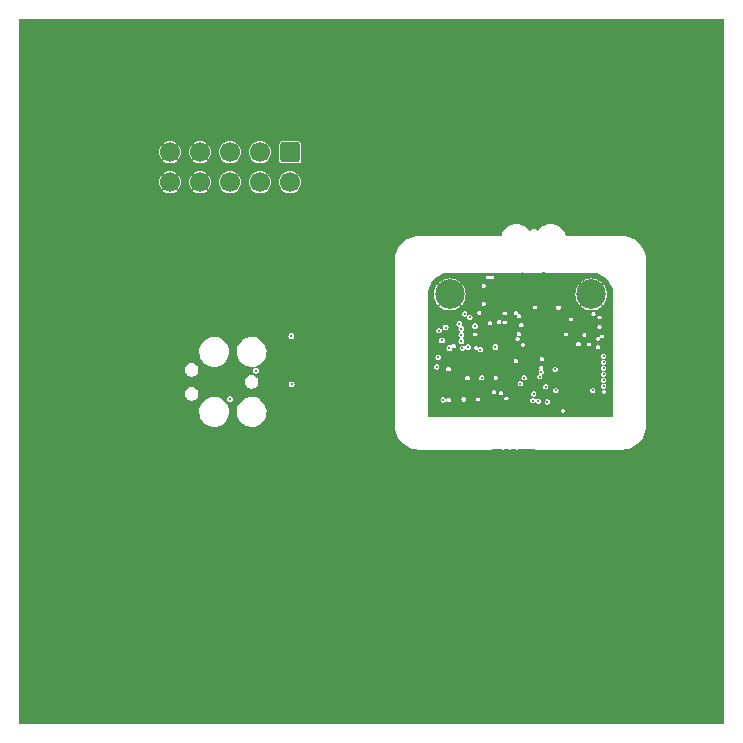
<source format=gbr>
%TF.GenerationSoftware,KiCad,Pcbnew,7.0.6*%
%TF.CreationDate,2023-09-10T10:28:08-04:00*%
%TF.ProjectId,headstage-neuropix1e,68656164-7374-4616-9765-2d6e6575726f,B*%
%TF.SameCoordinates,Original*%
%TF.FileFunction,Copper,L2,Inr*%
%TF.FilePolarity,Positive*%
%FSLAX46Y46*%
G04 Gerber Fmt 4.6, Leading zero omitted, Abs format (unit mm)*
G04 Created by KiCad (PCBNEW 7.0.6) date 2023-09-10 10:28:08*
%MOMM*%
%LPD*%
G01*
G04 APERTURE LIST*
G04 Aperture macros list*
%AMRoundRect*
0 Rectangle with rounded corners*
0 $1 Rounding radius*
0 $2 $3 $4 $5 $6 $7 $8 $9 X,Y pos of 4 corners*
0 Add a 4 corners polygon primitive as box body*
4,1,4,$2,$3,$4,$5,$6,$7,$8,$9,$2,$3,0*
0 Add four circle primitives for the rounded corners*
1,1,$1+$1,$2,$3*
1,1,$1+$1,$4,$5*
1,1,$1+$1,$6,$7*
1,1,$1+$1,$8,$9*
0 Add four rect primitives between the rounded corners*
20,1,$1+$1,$2,$3,$4,$5,0*
20,1,$1+$1,$4,$5,$6,$7,0*
20,1,$1+$1,$6,$7,$8,$9,0*
20,1,$1+$1,$8,$9,$2,$3,0*%
G04 Aperture macros list end*
%TA.AperFunction,ComponentPad*%
%ADD10C,2.500000*%
%TD*%
%TA.AperFunction,ComponentPad*%
%ADD11RoundRect,0.250000X-0.600000X0.600000X-0.600000X-0.600000X0.600000X-0.600000X0.600000X0.600000X0*%
%TD*%
%TA.AperFunction,ComponentPad*%
%ADD12C,1.700000*%
%TD*%
%TA.AperFunction,ViaPad*%
%ADD13C,0.300000*%
%TD*%
%TA.AperFunction,ViaPad*%
%ADD14C,0.250000*%
%TD*%
G04 APERTURE END LIST*
D10*
%TO.N,GND*%
%TO.C,TP1*%
X136600000Y-88500000D03*
%TD*%
D11*
%TO.N,+4V*%
%TO.C,J3*%
X123080000Y-76447500D03*
D12*
X123080000Y-78987500D03*
%TO.N,/Neuropixels 1.0/SCL*%
X120540000Y-76447500D03*
X120540000Y-78987500D03*
%TO.N,/Neuropixels 1.0/SDA*%
X118000000Y-76447500D03*
X118000000Y-78987500D03*
%TO.N,GND*%
X115460000Y-76447500D03*
X115460000Y-78987500D03*
X112920000Y-76447500D03*
X112920000Y-78987500D03*
%TD*%
D10*
%TO.N,GND*%
%TO.C,TP2*%
X148600000Y-88500000D03*
%TD*%
D13*
%TO.N,GND*%
X104670000Y-77610000D03*
X152750000Y-106940000D03*
D14*
X146890000Y-88250000D03*
D13*
X144416061Y-81338202D03*
X130400000Y-83630000D03*
D14*
X150070000Y-89260000D03*
X134975500Y-91950000D03*
D13*
X135325000Y-95650000D03*
X156300000Y-121900000D03*
D14*
X141589976Y-93948889D03*
X145525000Y-93575000D03*
D13*
X144600000Y-98050000D03*
X129640000Y-110300000D03*
X135910000Y-93110000D03*
X144800000Y-92380500D03*
X137310000Y-95550000D03*
D14*
X147725000Y-93425000D03*
D13*
X135675000Y-98349500D03*
X106460000Y-93330000D03*
D14*
X146400000Y-93575000D03*
D13*
X137380000Y-106710000D03*
D14*
X144880000Y-90270000D03*
D13*
X144700000Y-87450000D03*
X135640000Y-73600000D03*
D14*
X147000000Y-89250000D03*
X146475000Y-95625000D03*
D13*
X138450000Y-96350000D03*
D14*
X139852646Y-91822900D03*
D13*
X141050000Y-87000000D03*
D14*
X145893399Y-95393399D03*
D13*
X150520000Y-80190000D03*
D14*
X146450000Y-89150000D03*
D13*
X138125000Y-89700000D03*
D14*
X139675000Y-93024500D03*
X147875000Y-95024500D03*
X138080000Y-87680000D03*
D13*
X155510000Y-95710000D03*
X138440000Y-97170000D03*
X106760000Y-112810000D03*
D14*
X140587782Y-93531725D03*
D13*
X149900000Y-98275000D03*
D14*
X147700000Y-95575000D03*
X144950000Y-93750000D03*
X148775000Y-95550000D03*
X136830000Y-91840000D03*
X141568020Y-92308292D03*
X142700000Y-97350000D03*
D13*
X136075000Y-94375000D03*
X126680000Y-71747500D03*
X135200000Y-89780000D03*
D14*
X148225000Y-93400000D03*
D13*
X156700000Y-69100000D03*
X155800000Y-87500000D03*
D14*
X148812583Y-92677855D03*
X144950000Y-93250000D03*
X146800000Y-90050000D03*
D13*
X140250000Y-96275000D03*
X143000000Y-87400000D03*
D14*
X142444101Y-92894101D03*
X145950000Y-90100000D03*
X145320000Y-89380000D03*
D13*
X139925000Y-97275000D03*
X135890000Y-90120000D03*
D14*
X143350000Y-95449544D03*
X148125000Y-90075000D03*
D13*
X139300000Y-96325000D03*
X107600000Y-104500000D03*
X147960000Y-98000000D03*
X146940000Y-87070000D03*
X103100000Y-122100000D03*
D14*
X145975000Y-93875000D03*
D13*
X145266637Y-78141210D03*
X149700000Y-89900000D03*
X144310000Y-91350000D03*
X143524500Y-93600000D03*
D14*
X146400000Y-90050000D03*
D13*
X137275000Y-97300000D03*
D14*
X138780000Y-94020000D03*
X140700000Y-97325000D03*
D13*
X136910000Y-80250000D03*
D14*
X138040500Y-91920000D03*
X141045930Y-93025998D03*
X143300899Y-91989101D03*
D13*
X145570000Y-87160000D03*
D14*
X144280000Y-90250000D03*
D13*
X105450000Y-70470000D03*
X137450000Y-96300000D03*
D14*
X144350000Y-93550000D03*
D13*
X143800000Y-86950000D03*
X117520000Y-69930000D03*
D14*
X141705068Y-94255068D03*
D13*
X145200000Y-72300000D03*
X154200000Y-101500000D03*
X135190000Y-96310000D03*
D14*
X141100000Y-91600000D03*
D13*
X103900000Y-84800000D03*
D14*
X147384557Y-89615443D03*
X146394101Y-94844101D03*
D13*
X128400000Y-101000000D03*
D14*
X143375000Y-96725000D03*
X136850000Y-94637500D03*
D13*
X139070000Y-86840000D03*
X114560000Y-86760000D03*
X137175000Y-93600000D03*
X137440000Y-86960000D03*
%TO.N,+1V8*%
X140474059Y-92959710D03*
X137422450Y-90971643D03*
X137590000Y-92420000D03*
D14*
X136067142Y-97428714D03*
X135505500Y-94637298D03*
%TO.N,+1.2VA*%
X137682500Y-93042500D03*
D13*
X136247871Y-91301612D03*
D14*
%TO.N,+1V2*%
X135617490Y-93803077D03*
D13*
X138162024Y-92939653D03*
X137590000Y-91420000D03*
D14*
%TO.N,+4V*%
X135711619Y-91548996D03*
D13*
X120200000Y-94945000D03*
X137590000Y-91920000D03*
X138730517Y-91170645D03*
D14*
%TO.N,/Neuropixels 1.0/~{OSC_PDOWN}*%
X139200000Y-93165500D03*
X139300000Y-95550000D03*
%TO.N,/Neuropixels 1.0/SDA*%
X138314130Y-90444500D03*
D13*
X123200000Y-92000000D03*
X123210000Y-96120000D03*
%TO.N,/Neuropixels 1.0/SCL*%
X118000000Y-97340000D03*
D14*
X137875000Y-90135500D03*
%TO.N,/Neuropixels 1.0/SYNC*%
X145600000Y-96625500D03*
%TO.N,/Neuropixels 1.0/D6*%
X142575000Y-96050498D03*
X149625500Y-95250001D03*
%TO.N,/Neuropixels 1.0/D5*%
X142900000Y-95550000D03*
X149625500Y-94750000D03*
%TO.N,/Neuropixels 1.0/D4*%
X149625500Y-95750000D03*
X143712965Y-96920216D03*
%TO.N,/Neuropixels 1.0/D3*%
X143649096Y-97476203D03*
X149625000Y-96250000D03*
%TO.N,/Neuropixels 1.0/D2*%
X144225000Y-95449044D03*
X149625500Y-94250000D03*
%TO.N,/Neuropixels 1.0/D1*%
X149625500Y-93750000D03*
X145525000Y-94850000D03*
%TO.N,/Neuropixels 1.0/D0*%
X144875000Y-97600000D03*
X148700000Y-96625000D03*
%TO.N,/Neuropixels 1.0/PCLK*%
X144099236Y-97532281D03*
X144350400Y-95049199D03*
D13*
%TO.N,+1.8VA*%
X136579094Y-93019094D03*
X135950000Y-92390000D03*
D14*
%TO.N,/Neuropixels 1.0/DCLK*%
X144719101Y-96305899D03*
%TD*%
%TA.AperFunction,Conductor*%
%TO.N,GND*%
G36*
X144517752Y-86582952D02*
G01*
X144601918Y-86617816D01*
X144766233Y-86650500D01*
X144830186Y-86650500D01*
X148565649Y-86650500D01*
X148599199Y-86650500D01*
X148600784Y-86650551D01*
X148839807Y-86666218D01*
X148842983Y-86666636D01*
X149077125Y-86713209D01*
X149080200Y-86714034D01*
X149306253Y-86790769D01*
X149309216Y-86791997D01*
X149333694Y-86804068D01*
X149523313Y-86897577D01*
X149526083Y-86899176D01*
X149724568Y-87031800D01*
X149727110Y-87033751D01*
X149906590Y-87191150D01*
X149908849Y-87193409D01*
X149937927Y-87226566D01*
X150066246Y-87372886D01*
X150068199Y-87375431D01*
X150200820Y-87573912D01*
X150202424Y-87576690D01*
X150308002Y-87790783D01*
X150309230Y-87793746D01*
X150385965Y-88019799D01*
X150386792Y-88022884D01*
X150416557Y-88172523D01*
X150433362Y-88257011D01*
X150433781Y-88260191D01*
X150440974Y-88369919D01*
X150449448Y-88499215D01*
X150449500Y-88500800D01*
X150449500Y-90265649D01*
X150449500Y-90300000D01*
X150449500Y-90400656D01*
X150449501Y-90400661D01*
X150449687Y-90402788D01*
X150449563Y-90402798D01*
X150450000Y-90407778D01*
X150450000Y-93012222D01*
X150449564Y-93017204D01*
X150449686Y-93017215D01*
X150449500Y-93019340D01*
X150449500Y-98800500D01*
X150435148Y-98835148D01*
X150400500Y-98849500D01*
X143919340Y-98849500D01*
X143917215Y-98849686D01*
X143917204Y-98849564D01*
X143912222Y-98850000D01*
X140107778Y-98850000D01*
X140102795Y-98849564D01*
X140102785Y-98849686D01*
X140100660Y-98849500D01*
X140100656Y-98849500D01*
X140019814Y-98849500D01*
X134799500Y-98849500D01*
X134764852Y-98835148D01*
X134750500Y-98800500D01*
X134750500Y-98347373D01*
X146005740Y-98347373D01*
X146023565Y-98425474D01*
X146023569Y-98425481D01*
X146073517Y-98488112D01*
X146073519Y-98488113D01*
X146145691Y-98522870D01*
X146145693Y-98522870D01*
X146145696Y-98522872D01*
X146145698Y-98522872D01*
X146225808Y-98522872D01*
X146225810Y-98522872D01*
X146297989Y-98488112D01*
X146347939Y-98425477D01*
X146357623Y-98383052D01*
X146365766Y-98347373D01*
X146365766Y-98347370D01*
X146347940Y-98269269D01*
X146347936Y-98269262D01*
X146297988Y-98206631D01*
X146297986Y-98206630D01*
X146225814Y-98171873D01*
X146225811Y-98171872D01*
X146225810Y-98171872D01*
X146145696Y-98171872D01*
X146145695Y-98171872D01*
X146145691Y-98171873D01*
X146073519Y-98206630D01*
X146073517Y-98206631D01*
X146023569Y-98269262D01*
X146023565Y-98269269D01*
X146005740Y-98347370D01*
X146005740Y-98347373D01*
X134750500Y-98347373D01*
X134750500Y-97428714D01*
X135837224Y-97428714D01*
X135839616Y-97440740D01*
X135854725Y-97516700D01*
X135904564Y-97591291D01*
X135937700Y-97613431D01*
X135979156Y-97641131D01*
X136067142Y-97658632D01*
X136155128Y-97641131D01*
X136229719Y-97591291D01*
X136263061Y-97541390D01*
X136294240Y-97520557D01*
X136331023Y-97527872D01*
X136342110Y-97538064D01*
X136381366Y-97587288D01*
X136381368Y-97587290D01*
X136463826Y-97627001D01*
X136463827Y-97627001D01*
X136463829Y-97627002D01*
X136463831Y-97627002D01*
X136555353Y-97627002D01*
X136555355Y-97627002D01*
X136637816Y-97587290D01*
X136694876Y-97515741D01*
X136694879Y-97515737D01*
X136694879Y-97515736D01*
X136694882Y-97515733D01*
X136715248Y-97426502D01*
X136703493Y-97375000D01*
X137594344Y-97375000D01*
X137614710Y-97464231D01*
X137614712Y-97464235D01*
X137671774Y-97535786D01*
X137671776Y-97535788D01*
X137754234Y-97575499D01*
X137754235Y-97575499D01*
X137754237Y-97575500D01*
X137754239Y-97575500D01*
X137845761Y-97575500D01*
X137845763Y-97575500D01*
X137928224Y-97535788D01*
X137971477Y-97481550D01*
X137985287Y-97464235D01*
X137985287Y-97464234D01*
X137985290Y-97464231D01*
X138005656Y-97375001D01*
X138819987Y-97375001D01*
X138837812Y-97453102D01*
X138837816Y-97453109D01*
X138887764Y-97515740D01*
X138887766Y-97515741D01*
X138959938Y-97550498D01*
X138959940Y-97550498D01*
X138959943Y-97550500D01*
X138959945Y-97550500D01*
X139040055Y-97550500D01*
X139040057Y-97550500D01*
X139112236Y-97515740D01*
X139143766Y-97476203D01*
X143419178Y-97476203D01*
X143436679Y-97564189D01*
X143486518Y-97638780D01*
X143536358Y-97672081D01*
X143561110Y-97688620D01*
X143649096Y-97706121D01*
X143737082Y-97688620D01*
X143811673Y-97638780D01*
X143814687Y-97634268D01*
X143845869Y-97613431D01*
X143882652Y-97620746D01*
X143896173Y-97634266D01*
X143936658Y-97694858D01*
X143953515Y-97706121D01*
X144011250Y-97744698D01*
X144099236Y-97762199D01*
X144187222Y-97744698D01*
X144261813Y-97694858D01*
X144311653Y-97620267D01*
X144315684Y-97600000D01*
X144645082Y-97600000D01*
X144662583Y-97687986D01*
X144712422Y-97762577D01*
X144762262Y-97795878D01*
X144787014Y-97812417D01*
X144875000Y-97829918D01*
X144962986Y-97812417D01*
X145037577Y-97762577D01*
X145087417Y-97687986D01*
X145104918Y-97600000D01*
X145087417Y-97512014D01*
X145055492Y-97464235D01*
X145037577Y-97437422D01*
X144962986Y-97387583D01*
X144962985Y-97387582D01*
X144875000Y-97370082D01*
X144874999Y-97370082D01*
X144787013Y-97387583D01*
X144712422Y-97437422D01*
X144662583Y-97512013D01*
X144645082Y-97600000D01*
X144315684Y-97600000D01*
X144329154Y-97532281D01*
X144311653Y-97444295D01*
X144274183Y-97388217D01*
X144261813Y-97369703D01*
X144187222Y-97319864D01*
X144099236Y-97302363D01*
X144011249Y-97319864D01*
X143936658Y-97369703D01*
X143933640Y-97374221D01*
X143902455Y-97395053D01*
X143865673Y-97387734D01*
X143852158Y-97374216D01*
X143811674Y-97313626D01*
X143737082Y-97263786D01*
X143737081Y-97263785D01*
X143649096Y-97246285D01*
X143649095Y-97246285D01*
X143561109Y-97263786D01*
X143486518Y-97313625D01*
X143436679Y-97388216D01*
X143419178Y-97476203D01*
X139143766Y-97476203D01*
X139162186Y-97453105D01*
X139165009Y-97440740D01*
X139180013Y-97375001D01*
X139180013Y-97374998D01*
X139162895Y-97300001D01*
X141219987Y-97300001D01*
X141237812Y-97378102D01*
X141237816Y-97378109D01*
X141287764Y-97440740D01*
X141287766Y-97440741D01*
X141359938Y-97475498D01*
X141359940Y-97475498D01*
X141359943Y-97475500D01*
X141359945Y-97475500D01*
X141440055Y-97475500D01*
X141440057Y-97475500D01*
X141512236Y-97440740D01*
X141562186Y-97378105D01*
X141562895Y-97375001D01*
X141580013Y-97300001D01*
X141580013Y-97299998D01*
X141562187Y-97221897D01*
X141562183Y-97221890D01*
X141512235Y-97159259D01*
X141512233Y-97159258D01*
X141440061Y-97124501D01*
X141440058Y-97124500D01*
X141440057Y-97124500D01*
X141359943Y-97124500D01*
X141359942Y-97124500D01*
X141359938Y-97124501D01*
X141287766Y-97159258D01*
X141287764Y-97159259D01*
X141237816Y-97221890D01*
X141237812Y-97221897D01*
X141219987Y-97299998D01*
X141219987Y-97300001D01*
X139162895Y-97300001D01*
X139162187Y-97296897D01*
X139162183Y-97296890D01*
X139112235Y-97234259D01*
X139112233Y-97234258D01*
X139040061Y-97199501D01*
X139040058Y-97199500D01*
X139040057Y-97199500D01*
X138959943Y-97199500D01*
X138959942Y-97199500D01*
X138959938Y-97199501D01*
X138887766Y-97234258D01*
X138887764Y-97234259D01*
X138837816Y-97296890D01*
X138837812Y-97296897D01*
X138819987Y-97374998D01*
X138819987Y-97375001D01*
X138005656Y-97375001D01*
X138005656Y-97375000D01*
X137985290Y-97285769D01*
X137985288Y-97285767D01*
X137985287Y-97285764D01*
X137928225Y-97214213D01*
X137928223Y-97214211D01*
X137845765Y-97174500D01*
X137845763Y-97174500D01*
X137754237Y-97174500D01*
X137754234Y-97174500D01*
X137671776Y-97214211D01*
X137671774Y-97214213D01*
X137614712Y-97285764D01*
X137614710Y-97285768D01*
X137594344Y-97375000D01*
X136703493Y-97375000D01*
X136694882Y-97337271D01*
X136694880Y-97337269D01*
X136694879Y-97337266D01*
X136637817Y-97265715D01*
X136637815Y-97265713D01*
X136555357Y-97226002D01*
X136555355Y-97226002D01*
X136463829Y-97226002D01*
X136463826Y-97226002D01*
X136381368Y-97265713D01*
X136340502Y-97316956D01*
X136307678Y-97335096D01*
X136271641Y-97324713D01*
X136261451Y-97313627D01*
X136229719Y-97266136D01*
X136155128Y-97216297D01*
X136067142Y-97198796D01*
X135979155Y-97216297D01*
X135904564Y-97266136D01*
X135854725Y-97340727D01*
X135839825Y-97415640D01*
X135837224Y-97428714D01*
X134750500Y-97428714D01*
X134750500Y-96750001D01*
X140169987Y-96750001D01*
X140187812Y-96828102D01*
X140187816Y-96828109D01*
X140237764Y-96890740D01*
X140237766Y-96890741D01*
X140309938Y-96925498D01*
X140309940Y-96925498D01*
X140309943Y-96925500D01*
X140309945Y-96925500D01*
X140390055Y-96925500D01*
X140390057Y-96925500D01*
X140462236Y-96890740D01*
X140505436Y-96836570D01*
X140762790Y-96836570D01*
X140780615Y-96914671D01*
X140780619Y-96914678D01*
X140830567Y-96977309D01*
X140830569Y-96977310D01*
X140902741Y-97012067D01*
X140902743Y-97012067D01*
X140902746Y-97012069D01*
X140902748Y-97012069D01*
X140982858Y-97012069D01*
X140982860Y-97012069D01*
X141055039Y-96977309D01*
X141100570Y-96920216D01*
X143483047Y-96920216D01*
X143500548Y-97008202D01*
X143550387Y-97082793D01*
X143582176Y-97104033D01*
X143624979Y-97132633D01*
X143712965Y-97150134D01*
X143800951Y-97132633D01*
X143875542Y-97082793D01*
X143925382Y-97008202D01*
X143942883Y-96920216D01*
X143925382Y-96832230D01*
X143876095Y-96758466D01*
X143875542Y-96757638D01*
X143800951Y-96707799D01*
X143712965Y-96690298D01*
X143712964Y-96690298D01*
X143624978Y-96707799D01*
X143550387Y-96757638D01*
X143500548Y-96832229D01*
X143483047Y-96920216D01*
X141100570Y-96920216D01*
X141103932Y-96916000D01*
X141104986Y-96914678D01*
X141104986Y-96914677D01*
X141104989Y-96914674D01*
X141122509Y-96837917D01*
X141122816Y-96836570D01*
X141122816Y-96836567D01*
X141104990Y-96758466D01*
X141104986Y-96758459D01*
X141055038Y-96695828D01*
X141055036Y-96695827D01*
X140982864Y-96661070D01*
X140982861Y-96661069D01*
X140982860Y-96661069D01*
X140902746Y-96661069D01*
X140902745Y-96661069D01*
X140902741Y-96661070D01*
X140830569Y-96695827D01*
X140830567Y-96695828D01*
X140780619Y-96758459D01*
X140780615Y-96758466D01*
X140762790Y-96836567D01*
X140762790Y-96836570D01*
X140505436Y-96836570D01*
X140505438Y-96836567D01*
X140512183Y-96828109D01*
X140512183Y-96828108D01*
X140512186Y-96828105D01*
X140521437Y-96787577D01*
X140530013Y-96750001D01*
X140530013Y-96749998D01*
X140512187Y-96671897D01*
X140512183Y-96671890D01*
X140475186Y-96625499D01*
X145370082Y-96625499D01*
X145387583Y-96713486D01*
X145437422Y-96788077D01*
X145487262Y-96821378D01*
X145512014Y-96837917D01*
X145600000Y-96855418D01*
X145687986Y-96837917D01*
X145762577Y-96788077D01*
X145812417Y-96713486D01*
X145829918Y-96625500D01*
X145829819Y-96625000D01*
X148470082Y-96625000D01*
X148477256Y-96661069D01*
X148487583Y-96712986D01*
X148537422Y-96787577D01*
X148560662Y-96803105D01*
X148612014Y-96837417D01*
X148700000Y-96854918D01*
X148787986Y-96837417D01*
X148862577Y-96787577D01*
X148912417Y-96712986D01*
X148929918Y-96625000D01*
X148912417Y-96537014D01*
X148874267Y-96479918D01*
X148862577Y-96462422D01*
X148787986Y-96412583D01*
X148700000Y-96395082D01*
X148612013Y-96412583D01*
X148537422Y-96462422D01*
X148487583Y-96537013D01*
X148478186Y-96584259D01*
X148470082Y-96625000D01*
X145829819Y-96625000D01*
X145812417Y-96537514D01*
X145795878Y-96512761D01*
X145762577Y-96462922D01*
X145687986Y-96413083D01*
X145600000Y-96395582D01*
X145512013Y-96413083D01*
X145437422Y-96462922D01*
X145387583Y-96537513D01*
X145370082Y-96625499D01*
X140475186Y-96625499D01*
X140462235Y-96609259D01*
X140462233Y-96609258D01*
X140390061Y-96574501D01*
X140390058Y-96574500D01*
X140390057Y-96574500D01*
X140309943Y-96574500D01*
X140309942Y-96574500D01*
X140309938Y-96574501D01*
X140237766Y-96609258D01*
X140237764Y-96609259D01*
X140187816Y-96671890D01*
X140187812Y-96671897D01*
X140169987Y-96749998D01*
X140169987Y-96750001D01*
X134750500Y-96750001D01*
X134750500Y-96305898D01*
X144489183Y-96305898D01*
X144506684Y-96393885D01*
X144556523Y-96468476D01*
X144594563Y-96493893D01*
X144631115Y-96518316D01*
X144719101Y-96535817D01*
X144807087Y-96518316D01*
X144881678Y-96468476D01*
X144931518Y-96393885D01*
X144949019Y-96305899D01*
X144937900Y-96250000D01*
X149395082Y-96250000D01*
X149412583Y-96337986D01*
X149462422Y-96412577D01*
X149512262Y-96445878D01*
X149537014Y-96462417D01*
X149590508Y-96473057D01*
X149621691Y-96493893D01*
X149629008Y-96530675D01*
X149608172Y-96561858D01*
X149602210Y-96565263D01*
X149562764Y-96584259D01*
X149512816Y-96646890D01*
X149512812Y-96646897D01*
X149494987Y-96724998D01*
X149494987Y-96725001D01*
X149512812Y-96803102D01*
X149512816Y-96803109D01*
X149562764Y-96865740D01*
X149562766Y-96865741D01*
X149634938Y-96900498D01*
X149634940Y-96900498D01*
X149634943Y-96900500D01*
X149634945Y-96900500D01*
X149715055Y-96900500D01*
X149715057Y-96900500D01*
X149787236Y-96865740D01*
X149837186Y-96803105D01*
X149845501Y-96766678D01*
X149855013Y-96725001D01*
X149855013Y-96724998D01*
X149837187Y-96646897D01*
X149837183Y-96646890D01*
X149787235Y-96584259D01*
X149715409Y-96549669D01*
X149690420Y-96521705D01*
X149692523Y-96484261D01*
X149709448Y-96464779D01*
X149712981Y-96462417D01*
X149712986Y-96462417D01*
X149787577Y-96412577D01*
X149837417Y-96337986D01*
X149854918Y-96250000D01*
X149837417Y-96162014D01*
X149809343Y-96119998D01*
X149787577Y-96087422D01*
X149740618Y-96056046D01*
X149717962Y-96040908D01*
X149697128Y-96009727D01*
X149704444Y-95972944D01*
X149717961Y-95959426D01*
X149788077Y-95912577D01*
X149837917Y-95837986D01*
X149855418Y-95750000D01*
X149837917Y-95662014D01*
X149821378Y-95637262D01*
X149788077Y-95587422D01*
X149718214Y-95540742D01*
X149697379Y-95509560D01*
X149704695Y-95472777D01*
X149718215Y-95459258D01*
X149788076Y-95412579D01*
X149790294Y-95409260D01*
X149837917Y-95337987D01*
X149855418Y-95250001D01*
X149837917Y-95162015D01*
X149813586Y-95125601D01*
X149788077Y-95087423D01*
X149729607Y-95048356D01*
X149718211Y-95040741D01*
X149697377Y-95009560D01*
X149704693Y-94972777D01*
X149718211Y-94959259D01*
X149788077Y-94912577D01*
X149837917Y-94837986D01*
X149855418Y-94750000D01*
X149837917Y-94662014D01*
X149802401Y-94608860D01*
X149788077Y-94587422D01*
X149742316Y-94556846D01*
X149718212Y-94540741D01*
X149697378Y-94509560D01*
X149704694Y-94472777D01*
X149718211Y-94459259D01*
X149788077Y-94412577D01*
X149837917Y-94337986D01*
X149855418Y-94250000D01*
X149837917Y-94162014D01*
X149812844Y-94124489D01*
X149788077Y-94087422D01*
X149736712Y-94053102D01*
X149718212Y-94040741D01*
X149697378Y-94009560D01*
X149704694Y-93972777D01*
X149718211Y-93959259D01*
X149788077Y-93912577D01*
X149837917Y-93837986D01*
X149855418Y-93750000D01*
X149837917Y-93662014D01*
X149821378Y-93637262D01*
X149788077Y-93587422D01*
X149713486Y-93537583D01*
X149677258Y-93530377D01*
X149625500Y-93520082D01*
X149625499Y-93520082D01*
X149537513Y-93537583D01*
X149462922Y-93587422D01*
X149413083Y-93662013D01*
X149395582Y-93750000D01*
X149413083Y-93837986D01*
X149462922Y-93912577D01*
X149532786Y-93959258D01*
X149553621Y-93990440D01*
X149546305Y-94027223D01*
X149532786Y-94040742D01*
X149462922Y-94087422D01*
X149413083Y-94162013D01*
X149395582Y-94250000D01*
X149413083Y-94337986D01*
X149462922Y-94412577D01*
X149532786Y-94459258D01*
X149553621Y-94490440D01*
X149546305Y-94527223D01*
X149532786Y-94540742D01*
X149462922Y-94587422D01*
X149413083Y-94662013D01*
X149395582Y-94750000D01*
X149413083Y-94837986D01*
X149462922Y-94912577D01*
X149500950Y-94937986D01*
X149532787Y-94959258D01*
X149553622Y-94990440D01*
X149546306Y-95027223D01*
X149532787Y-95040742D01*
X149462922Y-95087423D01*
X149413083Y-95162014D01*
X149395582Y-95250001D01*
X149413083Y-95337987D01*
X149462922Y-95412578D01*
X149532785Y-95459258D01*
X149553620Y-95490440D01*
X149546304Y-95527223D01*
X149532785Y-95540742D01*
X149462922Y-95587422D01*
X149413083Y-95662013D01*
X149395582Y-95750000D01*
X149413083Y-95837986D01*
X149462923Y-95912578D01*
X149532535Y-95959090D01*
X149553371Y-95990272D01*
X149546055Y-96027054D01*
X149532536Y-96040574D01*
X149462422Y-96087422D01*
X149412583Y-96162013D01*
X149395082Y-96250000D01*
X144937900Y-96250000D01*
X144931518Y-96217913D01*
X144894167Y-96162013D01*
X144881678Y-96143321D01*
X144807087Y-96093482D01*
X144719101Y-96075981D01*
X144631114Y-96093482D01*
X144556523Y-96143321D01*
X144506684Y-96217912D01*
X144489183Y-96305898D01*
X134750500Y-96305898D01*
X134750500Y-96050498D01*
X142345082Y-96050498D01*
X142352427Y-96087423D01*
X142362583Y-96138484D01*
X142412422Y-96213075D01*
X142462262Y-96246376D01*
X142487014Y-96262915D01*
X142575000Y-96280416D01*
X142662986Y-96262915D01*
X142737577Y-96213075D01*
X142787417Y-96138484D01*
X142804918Y-96050498D01*
X142787417Y-95962512D01*
X142770878Y-95937760D01*
X142737577Y-95887920D01*
X142662986Y-95838081D01*
X142575000Y-95820580D01*
X142487013Y-95838081D01*
X142412422Y-95887920D01*
X142362583Y-95962511D01*
X142353192Y-96009727D01*
X142345082Y-96050498D01*
X134750500Y-96050498D01*
X134750500Y-95550000D01*
X137894344Y-95550000D01*
X137908388Y-95611531D01*
X137914710Y-95639231D01*
X137914712Y-95639235D01*
X137971774Y-95710786D01*
X137971776Y-95710788D01*
X138054234Y-95750499D01*
X138054235Y-95750499D01*
X138054237Y-95750500D01*
X138054239Y-95750500D01*
X138145761Y-95750500D01*
X138145763Y-95750500D01*
X138228224Y-95710788D01*
X138285290Y-95639231D01*
X138305656Y-95550000D01*
X139070082Y-95550000D01*
X139077526Y-95587423D01*
X139087583Y-95637986D01*
X139137422Y-95712577D01*
X139187262Y-95745878D01*
X139212014Y-95762417D01*
X139300000Y-95779918D01*
X139387986Y-95762417D01*
X139462577Y-95712577D01*
X139512417Y-95637986D01*
X139529918Y-95550001D01*
X140319987Y-95550001D01*
X140337812Y-95628102D01*
X140337816Y-95628109D01*
X140387764Y-95690740D01*
X140387766Y-95690741D01*
X140459938Y-95725498D01*
X140459940Y-95725498D01*
X140459943Y-95725500D01*
X140459945Y-95725500D01*
X140540055Y-95725500D01*
X140540057Y-95725500D01*
X140612236Y-95690740D01*
X140662186Y-95628105D01*
X140665949Y-95611621D01*
X140680013Y-95550001D01*
X140680013Y-95550000D01*
X142670082Y-95550000D01*
X142687583Y-95637986D01*
X142737422Y-95712577D01*
X142787262Y-95745878D01*
X142812014Y-95762417D01*
X142900000Y-95779918D01*
X142987986Y-95762417D01*
X143062577Y-95712577D01*
X143112417Y-95637986D01*
X143129918Y-95550000D01*
X143112417Y-95462014D01*
X143103751Y-95449044D01*
X143995082Y-95449044D01*
X144012583Y-95537030D01*
X144062422Y-95611621D01*
X144087093Y-95628105D01*
X144137014Y-95661461D01*
X144225000Y-95678962D01*
X144312986Y-95661461D01*
X144387577Y-95611621D01*
X144437417Y-95537030D01*
X144454918Y-95449044D01*
X144437417Y-95361058D01*
X144418755Y-95333129D01*
X144411440Y-95296347D01*
X144432275Y-95265165D01*
X144436261Y-95263034D01*
X144438382Y-95261616D01*
X144438386Y-95261616D01*
X144512977Y-95211776D01*
X144562817Y-95137185D01*
X144580318Y-95049199D01*
X144562817Y-94961213D01*
X144546278Y-94936460D01*
X144512977Y-94886621D01*
X144500150Y-94878051D01*
X144481407Y-94850000D01*
X145295082Y-94850000D01*
X145312583Y-94937986D01*
X145362422Y-95012577D01*
X145404575Y-95040742D01*
X145437014Y-95062417D01*
X145525000Y-95079918D01*
X145612986Y-95062417D01*
X145687577Y-95012577D01*
X145737417Y-94937986D01*
X145754918Y-94850000D01*
X145737417Y-94762014D01*
X145706505Y-94715751D01*
X145687577Y-94687422D01*
X145612986Y-94637583D01*
X145611548Y-94637297D01*
X145525000Y-94620082D01*
X145524999Y-94620082D01*
X145437013Y-94637583D01*
X145362422Y-94687422D01*
X145312583Y-94762013D01*
X145295082Y-94850000D01*
X144481407Y-94850000D01*
X144479315Y-94846869D01*
X144486631Y-94810086D01*
X144489064Y-94806758D01*
X144512152Y-94777806D01*
X144512152Y-94777805D01*
X144512155Y-94777802D01*
X144515215Y-94764398D01*
X144529982Y-94699698D01*
X144529982Y-94699695D01*
X144512156Y-94621594D01*
X144512152Y-94621587D01*
X144462204Y-94558956D01*
X144462202Y-94558955D01*
X144390030Y-94524198D01*
X144390027Y-94524197D01*
X144390026Y-94524197D01*
X144309912Y-94524197D01*
X144309911Y-94524197D01*
X144309907Y-94524198D01*
X144237735Y-94558955D01*
X144237733Y-94558956D01*
X144187785Y-94621587D01*
X144187781Y-94621594D01*
X144169956Y-94699695D01*
X144169956Y-94699698D01*
X144187781Y-94777799D01*
X144187783Y-94777802D01*
X144209458Y-94804982D01*
X144211174Y-94807133D01*
X144221556Y-94843170D01*
X144203415Y-94875994D01*
X144200089Y-94878425D01*
X144187822Y-94886621D01*
X144137983Y-94961212D01*
X144120482Y-95049198D01*
X144137983Y-95137186D01*
X144156643Y-95165113D01*
X144163959Y-95201895D01*
X144143123Y-95233077D01*
X144139141Y-95235205D01*
X144062422Y-95286466D01*
X144012583Y-95361057D01*
X143995082Y-95449044D01*
X143103751Y-95449044D01*
X143077168Y-95409260D01*
X143062577Y-95387422D01*
X142987986Y-95337583D01*
X142900000Y-95320082D01*
X142812013Y-95337583D01*
X142737422Y-95387422D01*
X142687583Y-95462013D01*
X142670082Y-95550000D01*
X140680013Y-95550000D01*
X140680013Y-95549998D01*
X140662187Y-95471897D01*
X140662183Y-95471890D01*
X140612235Y-95409259D01*
X140612233Y-95409258D01*
X140540061Y-95374501D01*
X140540058Y-95374500D01*
X140540057Y-95374500D01*
X140459943Y-95374500D01*
X140459942Y-95374500D01*
X140459938Y-95374501D01*
X140387766Y-95409258D01*
X140387764Y-95409259D01*
X140337816Y-95471890D01*
X140337812Y-95471897D01*
X140319987Y-95549998D01*
X140319987Y-95550001D01*
X139529918Y-95550001D01*
X139529918Y-95550000D01*
X139512417Y-95462014D01*
X139477168Y-95409260D01*
X139462577Y-95387422D01*
X139387986Y-95337583D01*
X139300000Y-95320082D01*
X139212013Y-95337583D01*
X139137422Y-95387422D01*
X139087583Y-95462013D01*
X139081610Y-95492045D01*
X139070082Y-95550000D01*
X138305656Y-95550000D01*
X138285290Y-95460769D01*
X138285288Y-95460767D01*
X138285287Y-95460764D01*
X138228225Y-95389213D01*
X138228223Y-95389211D01*
X138145765Y-95349500D01*
X138145763Y-95349500D01*
X138054237Y-95349500D01*
X138054234Y-95349500D01*
X137971776Y-95389211D01*
X137971774Y-95389213D01*
X137914712Y-95460764D01*
X137914710Y-95460768D01*
X137899543Y-95527223D01*
X137894344Y-95550000D01*
X134750500Y-95550000D01*
X134750500Y-94637298D01*
X135275582Y-94637298D01*
X135276954Y-94644194D01*
X135293083Y-94725284D01*
X135342922Y-94799875D01*
X135392761Y-94833176D01*
X135417514Y-94849715D01*
X135505500Y-94867216D01*
X135593486Y-94849715D01*
X135660434Y-94804982D01*
X136309379Y-94804982D01*
X136319589Y-94849714D01*
X136329745Y-94894213D01*
X136329747Y-94894217D01*
X136386809Y-94965768D01*
X136386811Y-94965770D01*
X136469269Y-95005481D01*
X136469270Y-95005481D01*
X136469272Y-95005482D01*
X136469274Y-95005482D01*
X136560796Y-95005482D01*
X136560798Y-95005482D01*
X136643259Y-94965770D01*
X136700325Y-94894213D01*
X136720691Y-94804982D01*
X136700325Y-94715751D01*
X136700323Y-94715749D01*
X136700322Y-94715746D01*
X136643260Y-94644195D01*
X136643258Y-94644193D01*
X136560800Y-94604482D01*
X136560798Y-94604482D01*
X136469272Y-94604482D01*
X136469269Y-94604482D01*
X136386811Y-94644193D01*
X136386809Y-94644195D01*
X136329747Y-94715746D01*
X136329745Y-94715750D01*
X136310545Y-94799875D01*
X136309379Y-94804982D01*
X135660434Y-94804982D01*
X135668077Y-94799875D01*
X135717917Y-94725284D01*
X135735418Y-94637298D01*
X135717917Y-94549312D01*
X135691356Y-94509560D01*
X135668077Y-94474720D01*
X135593486Y-94424881D01*
X135593485Y-94424881D01*
X135505500Y-94407380D01*
X135505499Y-94407380D01*
X135417513Y-94424881D01*
X135342922Y-94474720D01*
X135293083Y-94549311D01*
X135278706Y-94621594D01*
X135275582Y-94637298D01*
X134750500Y-94637298D01*
X134750500Y-94124492D01*
X142004385Y-94124492D01*
X142022210Y-94202593D01*
X142022214Y-94202600D01*
X142072162Y-94265231D01*
X142072164Y-94265232D01*
X142144336Y-94299989D01*
X142144338Y-94299989D01*
X142144341Y-94299991D01*
X142144343Y-94299991D01*
X142224453Y-94299991D01*
X142224455Y-94299991D01*
X142296634Y-94265231D01*
X142346584Y-94202596D01*
X142364411Y-94124491D01*
X142362414Y-94115740D01*
X142346585Y-94046388D01*
X142346581Y-94046381D01*
X142296633Y-93983750D01*
X142296631Y-93983749D01*
X142278466Y-93975001D01*
X144219987Y-93975001D01*
X144237812Y-94053102D01*
X144237816Y-94053109D01*
X144287764Y-94115740D01*
X144287766Y-94115741D01*
X144359938Y-94150498D01*
X144359940Y-94150498D01*
X144359943Y-94150500D01*
X144359945Y-94150500D01*
X144440055Y-94150500D01*
X144440057Y-94150500D01*
X144512236Y-94115740D01*
X144562186Y-94053105D01*
X144566777Y-94032994D01*
X144580013Y-93975001D01*
X144580013Y-93974998D01*
X144562187Y-93896897D01*
X144562183Y-93896890D01*
X144512235Y-93834259D01*
X144512233Y-93834258D01*
X144440061Y-93799501D01*
X144440058Y-93799500D01*
X144440057Y-93799500D01*
X144359943Y-93799500D01*
X144359942Y-93799500D01*
X144359938Y-93799501D01*
X144287766Y-93834258D01*
X144287764Y-93834259D01*
X144237816Y-93896890D01*
X144237812Y-93896897D01*
X144219987Y-93974998D01*
X144219987Y-93975001D01*
X142278466Y-93975001D01*
X142224459Y-93948992D01*
X142224456Y-93948991D01*
X142224455Y-93948991D01*
X142144341Y-93948991D01*
X142144340Y-93948991D01*
X142144336Y-93948992D01*
X142072164Y-93983749D01*
X142072162Y-93983750D01*
X142022214Y-94046381D01*
X142022210Y-94046388D01*
X142004385Y-94124489D01*
X142004385Y-94124492D01*
X134750500Y-94124492D01*
X134750500Y-93803077D01*
X135387572Y-93803077D01*
X135405073Y-93891063D01*
X135454912Y-93965654D01*
X135481997Y-93983751D01*
X135529504Y-94015494D01*
X135617490Y-94032995D01*
X135705476Y-94015494D01*
X135780067Y-93965654D01*
X135829907Y-93891063D01*
X135847408Y-93803077D01*
X135829907Y-93715091D01*
X135813368Y-93690338D01*
X135780067Y-93640499D01*
X135705476Y-93590660D01*
X135689197Y-93587422D01*
X135617490Y-93573159D01*
X135617489Y-93573159D01*
X135529503Y-93590660D01*
X135454912Y-93640499D01*
X135405073Y-93715090D01*
X135387572Y-93803077D01*
X134750500Y-93803077D01*
X134750500Y-93019095D01*
X136323686Y-93019095D01*
X136343127Y-93116833D01*
X136398492Y-93199695D01*
X136481354Y-93255060D01*
X136579092Y-93274502D01*
X136579094Y-93274502D01*
X136579096Y-93274502D01*
X136644254Y-93261540D01*
X136676834Y-93255060D01*
X136759695Y-93199695D01*
X136815060Y-93116834D01*
X136824823Y-93067750D01*
X136841695Y-93042500D01*
X137452582Y-93042500D01*
X137459664Y-93078105D01*
X137470083Y-93130486D01*
X137519922Y-93205077D01*
X137534950Y-93215118D01*
X137594514Y-93254917D01*
X137682500Y-93272418D01*
X137770486Y-93254917D01*
X137845077Y-93205077D01*
X137894917Y-93130486D01*
X137894917Y-93130484D01*
X137895556Y-93128943D01*
X137896736Y-93127762D01*
X137897598Y-93126473D01*
X137897854Y-93126644D01*
X137922074Y-93102424D01*
X137959577Y-93102424D01*
X137977619Y-93117232D01*
X137978010Y-93116842D01*
X137981422Y-93120254D01*
X138064284Y-93175619D01*
X138162022Y-93195061D01*
X138162024Y-93195061D01*
X138162026Y-93195061D01*
X138243792Y-93178796D01*
X138259764Y-93175619D01*
X138342625Y-93120254D01*
X138397990Y-93037393D01*
X138405428Y-93000001D01*
X138644987Y-93000001D01*
X138662812Y-93078102D01*
X138662816Y-93078109D01*
X138712764Y-93140740D01*
X138712766Y-93140741D01*
X138784938Y-93175498D01*
X138784940Y-93175498D01*
X138784943Y-93175500D01*
X138784945Y-93175500D01*
X138865055Y-93175500D01*
X138865057Y-93175500D01*
X138905735Y-93155909D01*
X138943178Y-93153806D01*
X138971142Y-93178796D01*
X138975053Y-93190497D01*
X138987582Y-93253484D01*
X138987582Y-93253485D01*
X138987583Y-93253486D01*
X138988539Y-93254917D01*
X139037422Y-93328077D01*
X139087262Y-93361378D01*
X139112014Y-93377917D01*
X139200000Y-93395418D01*
X139287986Y-93377917D01*
X139362577Y-93328077D01*
X139412417Y-93253486D01*
X139429918Y-93165500D01*
X139412417Y-93077514D01*
X139395878Y-93052761D01*
X139362577Y-93002922D01*
X139297906Y-92959711D01*
X140218651Y-92959711D01*
X140238092Y-93057449D01*
X140293457Y-93140311D01*
X140376319Y-93195676D01*
X140474057Y-93215118D01*
X140474059Y-93215118D01*
X140474061Y-93215118D01*
X140551594Y-93199695D01*
X140571799Y-93195676D01*
X140654660Y-93140311D01*
X140710025Y-93057450D01*
X140720871Y-93002922D01*
X140729467Y-92959711D01*
X140729467Y-92959708D01*
X140727636Y-92950501D01*
X148970989Y-92950501D01*
X148988814Y-93028602D01*
X148988818Y-93028609D01*
X149038766Y-93091240D01*
X149038768Y-93091241D01*
X149110940Y-93125998D01*
X149110942Y-93125998D01*
X149110945Y-93126000D01*
X149110947Y-93126000D01*
X149191057Y-93126000D01*
X149191059Y-93126000D01*
X149263238Y-93091240D01*
X149312180Y-93029869D01*
X149313185Y-93028609D01*
X149313185Y-93028608D01*
X149313188Y-93028605D01*
X149315301Y-93019350D01*
X149331015Y-92950501D01*
X149331015Y-92950498D01*
X149313189Y-92872397D01*
X149313185Y-92872390D01*
X149263237Y-92809759D01*
X149263235Y-92809758D01*
X149191063Y-92775001D01*
X149191060Y-92775000D01*
X149191059Y-92775000D01*
X149110945Y-92775000D01*
X149110944Y-92775000D01*
X149110940Y-92775001D01*
X149038768Y-92809758D01*
X149038766Y-92809759D01*
X148988818Y-92872390D01*
X148988814Y-92872397D01*
X148970989Y-92950498D01*
X148970989Y-92950501D01*
X140727636Y-92950501D01*
X140710025Y-92861970D01*
X140654660Y-92779108D01*
X140604973Y-92745909D01*
X142613167Y-92745909D01*
X142630992Y-92824010D01*
X142630996Y-92824017D01*
X142680944Y-92886648D01*
X142680946Y-92886649D01*
X142753118Y-92921406D01*
X142753120Y-92921406D01*
X142753123Y-92921408D01*
X142753125Y-92921408D01*
X142833235Y-92921408D01*
X142833237Y-92921408D01*
X142905416Y-92886648D01*
X142955366Y-92824013D01*
X142958620Y-92809759D01*
X142973193Y-92745909D01*
X142973193Y-92745906D01*
X142962829Y-92700500D01*
X147294344Y-92700500D01*
X147314710Y-92789731D01*
X147314712Y-92789735D01*
X147371774Y-92861286D01*
X147371776Y-92861288D01*
X147454234Y-92900999D01*
X147454235Y-92900999D01*
X147454237Y-92901000D01*
X147454239Y-92901000D01*
X147545761Y-92901000D01*
X147545763Y-92901000D01*
X147628224Y-92861288D01*
X147685290Y-92789731D01*
X147699950Y-92725501D01*
X148198679Y-92725501D01*
X148216504Y-92803602D01*
X148216508Y-92803609D01*
X148266456Y-92866240D01*
X148266458Y-92866241D01*
X148338630Y-92900998D01*
X148338632Y-92900998D01*
X148338635Y-92901000D01*
X148338637Y-92901000D01*
X148418747Y-92901000D01*
X148418749Y-92901000D01*
X148490928Y-92866240D01*
X148540878Y-92803605D01*
X148546470Y-92779108D01*
X148558705Y-92725501D01*
X148558705Y-92725498D01*
X148540879Y-92647397D01*
X148540875Y-92647390D01*
X148490927Y-92584759D01*
X148490925Y-92584758D01*
X148418753Y-92550001D01*
X148418750Y-92550000D01*
X148418749Y-92550000D01*
X148338635Y-92550000D01*
X148338634Y-92550000D01*
X148338630Y-92550001D01*
X148266458Y-92584758D01*
X148266456Y-92584759D01*
X148216508Y-92647390D01*
X148216504Y-92647397D01*
X148198679Y-92725498D01*
X148198679Y-92725501D01*
X147699950Y-92725501D01*
X147705656Y-92700500D01*
X147685290Y-92611269D01*
X147685288Y-92611267D01*
X147685287Y-92611264D01*
X147628225Y-92539713D01*
X147628223Y-92539711D01*
X147545765Y-92500000D01*
X147545763Y-92500000D01*
X147454237Y-92500000D01*
X147454234Y-92500000D01*
X147371776Y-92539711D01*
X147371774Y-92539713D01*
X147314712Y-92611264D01*
X147314710Y-92611268D01*
X147294344Y-92700500D01*
X142962829Y-92700500D01*
X142955367Y-92667805D01*
X142955363Y-92667798D01*
X142905415Y-92605167D01*
X142905413Y-92605166D01*
X142833241Y-92570409D01*
X142833238Y-92570408D01*
X142833237Y-92570408D01*
X142753123Y-92570408D01*
X142753122Y-92570408D01*
X142753118Y-92570409D01*
X142680946Y-92605166D01*
X142680944Y-92605167D01*
X142630996Y-92667798D01*
X142630992Y-92667805D01*
X142613167Y-92745906D01*
X142613167Y-92745909D01*
X140604973Y-92745909D01*
X140571798Y-92723743D01*
X140474061Y-92704302D01*
X140474057Y-92704302D01*
X140376319Y-92723743D01*
X140293457Y-92779108D01*
X140238092Y-92861970D01*
X140218651Y-92959708D01*
X140218651Y-92959711D01*
X139297906Y-92959711D01*
X139287986Y-92953083D01*
X139200000Y-92935582D01*
X139112014Y-92953083D01*
X139069041Y-92981796D01*
X139032259Y-92989111D01*
X139001076Y-92968275D01*
X138994048Y-92951957D01*
X138987187Y-92921897D01*
X138987183Y-92921890D01*
X138938742Y-92861149D01*
X138937236Y-92859260D01*
X138937235Y-92859259D01*
X138937233Y-92859258D01*
X138865061Y-92824501D01*
X138865058Y-92824500D01*
X138865057Y-92824500D01*
X138784943Y-92824500D01*
X138784942Y-92824500D01*
X138784938Y-92824501D01*
X138712766Y-92859258D01*
X138712764Y-92859259D01*
X138662816Y-92921890D01*
X138662812Y-92921897D01*
X138644987Y-92999998D01*
X138644987Y-93000001D01*
X138405428Y-93000001D01*
X138415274Y-92950501D01*
X138417432Y-92939654D01*
X138417432Y-92939651D01*
X138397990Y-92841913D01*
X138342625Y-92759051D01*
X138259763Y-92703686D01*
X138162026Y-92684245D01*
X138162022Y-92684245D01*
X138064284Y-92703686D01*
X137981422Y-92759051D01*
X137926057Y-92841913D01*
X137924190Y-92851301D01*
X137903355Y-92882483D01*
X137866572Y-92889799D01*
X137848909Y-92882483D01*
X137770486Y-92830083D01*
X137682500Y-92812582D01*
X137594513Y-92830083D01*
X137519922Y-92879922D01*
X137470083Y-92954513D01*
X137453762Y-93036570D01*
X137452582Y-93042500D01*
X136841695Y-93042500D01*
X136845658Y-93036570D01*
X136879343Y-93029869D01*
X136879343Y-93029787D01*
X136879756Y-93029787D01*
X136882440Y-93029253D01*
X136883785Y-93029541D01*
X136884863Y-93029787D01*
X136884864Y-93029787D01*
X136976388Y-93029787D01*
X136976390Y-93029787D01*
X137058851Y-92990075D01*
X137115917Y-92918518D01*
X137136283Y-92829287D01*
X137115917Y-92740056D01*
X137115915Y-92740054D01*
X137115914Y-92740051D01*
X137058852Y-92668500D01*
X137058850Y-92668498D01*
X136976392Y-92628787D01*
X136976390Y-92628787D01*
X136884864Y-92628787D01*
X136884861Y-92628787D01*
X136802403Y-92668498D01*
X136802401Y-92668500D01*
X136745339Y-92740051D01*
X136745335Y-92740058D01*
X136743350Y-92748759D01*
X136721648Y-92779345D01*
X136684675Y-92785626D01*
X136676839Y-92783128D01*
X136579096Y-92763686D01*
X136579092Y-92763686D01*
X136481354Y-92783127D01*
X136398492Y-92838492D01*
X136343127Y-92921354D01*
X136323686Y-93019092D01*
X136323686Y-93019095D01*
X134750500Y-93019095D01*
X134750500Y-92499340D01*
X134750314Y-92497215D01*
X134750435Y-92497204D01*
X134750000Y-92492222D01*
X134750000Y-92390001D01*
X135694592Y-92390001D01*
X135714033Y-92487739D01*
X135769398Y-92570601D01*
X135852260Y-92625966D01*
X135949998Y-92645408D01*
X135950000Y-92645408D01*
X135950002Y-92645408D01*
X136033558Y-92628787D01*
X136047740Y-92625966D01*
X136130601Y-92570601D01*
X136185966Y-92487740D01*
X136205408Y-92390000D01*
X136204218Y-92384020D01*
X136185966Y-92292260D01*
X136130601Y-92209398D01*
X136047739Y-92154033D01*
X135950002Y-92134592D01*
X135949998Y-92134592D01*
X135852260Y-92154033D01*
X135769398Y-92209398D01*
X135714033Y-92292260D01*
X135694592Y-92389998D01*
X135694592Y-92390001D01*
X134750000Y-92390001D01*
X134750000Y-91548996D01*
X135481701Y-91548996D01*
X135499202Y-91636982D01*
X135549041Y-91711573D01*
X135598459Y-91744592D01*
X135623633Y-91761413D01*
X135711619Y-91778914D01*
X135799605Y-91761413D01*
X135874196Y-91711573D01*
X135924036Y-91636982D01*
X135941537Y-91548996D01*
X135924036Y-91461010D01*
X135896633Y-91419998D01*
X135874196Y-91386418D01*
X135799605Y-91336579D01*
X135711619Y-91319078D01*
X135623632Y-91336579D01*
X135549041Y-91386418D01*
X135499202Y-91461009D01*
X135481701Y-91548996D01*
X134750000Y-91548996D01*
X134750000Y-91301613D01*
X135992463Y-91301613D01*
X136011904Y-91399351D01*
X136067269Y-91482213D01*
X136150131Y-91537578D01*
X136247869Y-91557020D01*
X136247871Y-91557020D01*
X136247873Y-91557020D01*
X136313030Y-91544058D01*
X136345611Y-91537578D01*
X136428472Y-91482213D01*
X136483837Y-91399352D01*
X136496324Y-91336579D01*
X136503279Y-91301613D01*
X136503279Y-91301610D01*
X136483837Y-91203872D01*
X136428472Y-91121010D01*
X136345610Y-91065645D01*
X136247873Y-91046204D01*
X136247869Y-91046204D01*
X136150131Y-91065645D01*
X136067269Y-91121010D01*
X136011904Y-91203872D01*
X135992463Y-91301610D01*
X135992463Y-91301613D01*
X134750000Y-91301613D01*
X134750000Y-90971644D01*
X137167042Y-90971644D01*
X137186483Y-91069382D01*
X137241848Y-91152244D01*
X137324708Y-91207608D01*
X137324710Y-91207609D01*
X137346289Y-91211901D01*
X137377470Y-91232735D01*
X137384788Y-91269517D01*
X137377472Y-91287181D01*
X137362138Y-91310129D01*
X137360012Y-91313314D01*
X137354033Y-91322262D01*
X137334592Y-91419998D01*
X137334592Y-91420001D01*
X137354033Y-91517739D01*
X137409397Y-91600599D01*
X137409398Y-91600599D01*
X137409399Y-91600601D01*
X137452286Y-91629257D01*
X137473122Y-91660439D01*
X137465807Y-91697221D01*
X137452287Y-91710741D01*
X137409397Y-91739399D01*
X137354033Y-91822260D01*
X137334592Y-91919998D01*
X137334592Y-91920001D01*
X137354033Y-92017739D01*
X137409397Y-92100600D01*
X137452287Y-92129258D01*
X137473122Y-92160440D01*
X137465806Y-92197223D01*
X137452287Y-92210742D01*
X137409397Y-92239399D01*
X137354033Y-92322260D01*
X137334592Y-92419998D01*
X137334592Y-92420001D01*
X137354033Y-92517739D01*
X137409398Y-92600601D01*
X137492260Y-92655966D01*
X137589998Y-92675408D01*
X137590000Y-92675408D01*
X137590002Y-92675408D01*
X137663609Y-92660766D01*
X137687740Y-92655966D01*
X137770601Y-92600601D01*
X137825966Y-92517740D01*
X137844314Y-92425500D01*
X137845408Y-92420001D01*
X137845408Y-92419998D01*
X137825966Y-92322260D01*
X137773195Y-92243280D01*
X142169987Y-92243280D01*
X142187812Y-92321381D01*
X142187816Y-92321388D01*
X142237764Y-92384019D01*
X142237766Y-92384020D01*
X142309938Y-92418777D01*
X142309940Y-92418777D01*
X142309943Y-92418779D01*
X142309945Y-92418779D01*
X142390055Y-92418779D01*
X142390057Y-92418779D01*
X142462236Y-92384019D01*
X142506829Y-92328102D01*
X142512183Y-92321388D01*
X142512183Y-92321387D01*
X142512186Y-92321384D01*
X142518834Y-92292260D01*
X142528479Y-92250001D01*
X148969987Y-92250001D01*
X148987812Y-92328102D01*
X148987816Y-92328109D01*
X149037764Y-92390740D01*
X149037766Y-92390741D01*
X149109938Y-92425498D01*
X149109940Y-92425498D01*
X149109943Y-92425500D01*
X149109945Y-92425500D01*
X149190055Y-92425500D01*
X149190057Y-92425500D01*
X149262236Y-92390740D01*
X149312186Y-92328105D01*
X149320368Y-92292260D01*
X149330013Y-92250001D01*
X149330013Y-92244479D01*
X149331391Y-92244479D01*
X149336545Y-92214134D01*
X149367129Y-92192429D01*
X149399296Y-92196052D01*
X149460443Y-92225500D01*
X149460445Y-92225500D01*
X149540555Y-92225500D01*
X149540557Y-92225500D01*
X149612736Y-92190740D01*
X149657513Y-92134592D01*
X149662683Y-92128109D01*
X149662683Y-92128108D01*
X149662686Y-92128105D01*
X149666559Y-92111139D01*
X149680513Y-92050001D01*
X149680513Y-92049998D01*
X149662687Y-91971897D01*
X149662683Y-91971890D01*
X149612735Y-91909259D01*
X149612733Y-91909258D01*
X149540561Y-91874501D01*
X149540558Y-91874500D01*
X149540557Y-91874500D01*
X149460443Y-91874500D01*
X149460442Y-91874500D01*
X149460438Y-91874501D01*
X149388266Y-91909258D01*
X149388264Y-91909259D01*
X149338316Y-91971890D01*
X149338312Y-91971897D01*
X149320487Y-92049998D01*
X149320487Y-92055521D01*
X149319109Y-92055521D01*
X149313950Y-92085872D01*
X149283362Y-92107571D01*
X149251203Y-92103946D01*
X149190060Y-92074501D01*
X149190058Y-92074500D01*
X149190057Y-92074500D01*
X149109943Y-92074500D01*
X149109942Y-92074500D01*
X149109938Y-92074501D01*
X149037766Y-92109258D01*
X149037764Y-92109259D01*
X148987816Y-92171890D01*
X148987812Y-92171897D01*
X148969987Y-92249998D01*
X148969987Y-92250001D01*
X142528479Y-92250001D01*
X142530013Y-92243280D01*
X142530013Y-92243277D01*
X142512187Y-92165176D01*
X142512185Y-92165172D01*
X142499229Y-92148927D01*
X142463164Y-92103702D01*
X142452782Y-92067669D01*
X142470922Y-92034845D01*
X142485133Y-92028001D01*
X142485083Y-92027896D01*
X142529962Y-92006282D01*
X142562236Y-91990740D01*
X142612186Y-91928105D01*
X142614037Y-91919998D01*
X142623166Y-91880001D01*
X146264487Y-91880001D01*
X146282312Y-91958102D01*
X146282316Y-91958109D01*
X146332264Y-92020740D01*
X146332266Y-92020741D01*
X146404438Y-92055498D01*
X146404440Y-92055498D01*
X146404443Y-92055500D01*
X146404445Y-92055500D01*
X146484555Y-92055500D01*
X146484557Y-92055500D01*
X146556736Y-92020740D01*
X146606686Y-91958105D01*
X146613533Y-91928109D01*
X146619948Y-91900001D01*
X147829987Y-91900001D01*
X147847812Y-91978102D01*
X147847816Y-91978109D01*
X147897764Y-92040740D01*
X147897766Y-92040741D01*
X147969938Y-92075498D01*
X147969940Y-92075498D01*
X147969943Y-92075500D01*
X147969945Y-92075500D01*
X148050055Y-92075500D01*
X148050057Y-92075500D01*
X148122236Y-92040740D01*
X148172186Y-91978105D01*
X148173604Y-91971895D01*
X148190013Y-91900001D01*
X148190013Y-91899998D01*
X148172187Y-91821897D01*
X148172183Y-91821890D01*
X148122235Y-91759259D01*
X148122233Y-91759258D01*
X148050061Y-91724501D01*
X148050058Y-91724500D01*
X148050057Y-91724500D01*
X147969943Y-91724500D01*
X147969942Y-91724500D01*
X147969938Y-91724501D01*
X147897766Y-91759258D01*
X147897764Y-91759259D01*
X147847816Y-91821890D01*
X147847812Y-91821897D01*
X147829987Y-91899998D01*
X147829987Y-91900001D01*
X146619948Y-91900001D01*
X146624513Y-91880001D01*
X146624513Y-91879998D01*
X146606687Y-91801897D01*
X146606683Y-91801890D01*
X146556735Y-91739259D01*
X146556733Y-91739258D01*
X146484561Y-91704501D01*
X146484558Y-91704500D01*
X146484557Y-91704500D01*
X146404443Y-91704500D01*
X146404442Y-91704500D01*
X146404438Y-91704501D01*
X146332266Y-91739258D01*
X146332264Y-91739259D01*
X146282316Y-91801890D01*
X146282312Y-91801897D01*
X146264487Y-91879998D01*
X146264487Y-91880001D01*
X142623166Y-91880001D01*
X142630013Y-91850001D01*
X142630013Y-91849998D01*
X142612187Y-91771897D01*
X142612183Y-91771890D01*
X142570736Y-91719918D01*
X142562236Y-91709260D01*
X142562235Y-91709259D01*
X142562233Y-91709258D01*
X142490061Y-91674501D01*
X142490058Y-91674500D01*
X142490057Y-91674500D01*
X142409943Y-91674500D01*
X142409942Y-91674500D01*
X142409938Y-91674501D01*
X142337766Y-91709258D01*
X142337764Y-91709259D01*
X142287816Y-91771890D01*
X142287812Y-91771897D01*
X142269987Y-91849998D01*
X142269987Y-91850001D01*
X142287812Y-91928102D01*
X142287814Y-91928106D01*
X142305179Y-91949880D01*
X142336834Y-91989574D01*
X142347217Y-92025609D01*
X142329077Y-92058433D01*
X142314866Y-92065278D01*
X142314917Y-92065383D01*
X142237766Y-92102537D01*
X142237764Y-92102538D01*
X142187816Y-92165169D01*
X142187812Y-92165176D01*
X142169987Y-92243277D01*
X142169987Y-92243280D01*
X137773195Y-92243280D01*
X137770601Y-92239398D01*
X137727713Y-92210742D01*
X137706877Y-92179560D01*
X137714193Y-92142778D01*
X137727713Y-92129258D01*
X137770601Y-92100601D01*
X137780442Y-92085872D01*
X137825966Y-92017740D01*
X137843796Y-91928105D01*
X137845408Y-91920001D01*
X137845408Y-91919998D01*
X137837452Y-91880001D01*
X138595487Y-91880001D01*
X138613312Y-91958102D01*
X138613316Y-91958109D01*
X138663264Y-92020740D01*
X138663266Y-92020741D01*
X138735438Y-92055498D01*
X138735440Y-92055498D01*
X138735443Y-92055500D01*
X138735445Y-92055500D01*
X138815555Y-92055500D01*
X138815557Y-92055500D01*
X138887736Y-92020740D01*
X138937686Y-91958105D01*
X138944533Y-91928109D01*
X138955513Y-91880001D01*
X138955513Y-91879998D01*
X138937687Y-91801897D01*
X138937683Y-91801890D01*
X138887735Y-91739259D01*
X138887733Y-91739258D01*
X138815561Y-91704501D01*
X138815558Y-91704500D01*
X138815557Y-91704500D01*
X138735443Y-91704500D01*
X138735442Y-91704500D01*
X138735438Y-91704501D01*
X138663266Y-91739258D01*
X138663264Y-91739259D01*
X138613316Y-91801890D01*
X138613312Y-91801897D01*
X138595487Y-91879998D01*
X138595487Y-91880001D01*
X137837452Y-91880001D01*
X137825966Y-91822260D01*
X137770601Y-91739398D01*
X137727713Y-91710742D01*
X137706877Y-91679560D01*
X137714193Y-91642778D01*
X137727713Y-91629258D01*
X137770601Y-91600601D01*
X137799720Y-91557020D01*
X137825966Y-91517740D01*
X137835687Y-91468870D01*
X137845408Y-91420001D01*
X137845408Y-91419998D01*
X137825966Y-91322260D01*
X137770601Y-91239398D01*
X137687739Y-91184033D01*
X137666161Y-91179741D01*
X137652549Y-91170646D01*
X138475109Y-91170646D01*
X138494550Y-91268384D01*
X138549915Y-91351246D01*
X138632777Y-91406611D01*
X138730515Y-91426053D01*
X138730517Y-91426053D01*
X138730519Y-91426053D01*
X138821138Y-91408027D01*
X138828257Y-91406611D01*
X138911118Y-91351246D01*
X138966483Y-91268385D01*
X138978572Y-91207609D01*
X138985925Y-91170646D01*
X138985925Y-91170643D01*
X138969765Y-91089404D01*
X142457305Y-91089404D01*
X142477671Y-91178635D01*
X142477673Y-91178639D01*
X142534735Y-91250190D01*
X142534737Y-91250192D01*
X142617195Y-91289903D01*
X142617196Y-91289903D01*
X142617198Y-91289904D01*
X142617200Y-91289904D01*
X142708722Y-91289904D01*
X142708724Y-91289904D01*
X142791185Y-91250192D01*
X142805270Y-91232530D01*
X149108263Y-91232530D01*
X149126088Y-91310631D01*
X149126092Y-91310638D01*
X149176040Y-91373269D01*
X149176042Y-91373270D01*
X149248214Y-91408027D01*
X149248216Y-91408027D01*
X149248219Y-91408029D01*
X149248221Y-91408029D01*
X149328331Y-91408029D01*
X149328333Y-91408029D01*
X149400512Y-91373269D01*
X149450462Y-91310634D01*
X149452522Y-91301612D01*
X149468289Y-91232530D01*
X149468289Y-91232527D01*
X149450463Y-91154426D01*
X149450459Y-91154419D01*
X149400511Y-91091788D01*
X149400509Y-91091787D01*
X149328337Y-91057030D01*
X149328334Y-91057029D01*
X149328333Y-91057029D01*
X149248219Y-91057029D01*
X149248218Y-91057029D01*
X149248214Y-91057030D01*
X149176042Y-91091787D01*
X149176040Y-91091788D01*
X149126092Y-91154419D01*
X149126088Y-91154426D01*
X149108263Y-91232527D01*
X149108263Y-91232530D01*
X142805270Y-91232530D01*
X142848251Y-91178635D01*
X142868617Y-91089404D01*
X142848251Y-91000173D01*
X142848249Y-91000171D01*
X142848248Y-91000168D01*
X142791186Y-90928617D01*
X142791184Y-90928615D01*
X142708726Y-90888904D01*
X142708724Y-90888904D01*
X142617198Y-90888904D01*
X142617195Y-90888904D01*
X142534737Y-90928615D01*
X142534735Y-90928617D01*
X142477673Y-91000168D01*
X142477671Y-91000172D01*
X142457305Y-91089404D01*
X138969765Y-91089404D01*
X138966483Y-91072905D01*
X138911118Y-90990043D01*
X138828256Y-90934678D01*
X138730519Y-90915237D01*
X138730515Y-90915237D01*
X138632777Y-90934678D01*
X138549915Y-90990043D01*
X138494550Y-91072905D01*
X138475109Y-91170643D01*
X138475109Y-91170646D01*
X137652549Y-91170646D01*
X137634978Y-91158906D01*
X137627662Y-91122124D01*
X137634976Y-91104462D01*
X137658416Y-91069383D01*
X137677858Y-90971643D01*
X137676783Y-90966241D01*
X137663885Y-90901398D01*
X139846583Y-90901398D01*
X139864408Y-90979499D01*
X139864412Y-90979506D01*
X139914360Y-91042137D01*
X139914362Y-91042138D01*
X139986534Y-91076895D01*
X139986536Y-91076895D01*
X139986539Y-91076897D01*
X139986541Y-91076897D01*
X140066651Y-91076897D01*
X140066653Y-91076897D01*
X140138832Y-91042137D01*
X140188782Y-90979502D01*
X140190577Y-90971641D01*
X140206609Y-90901398D01*
X140206609Y-90901395D01*
X140189287Y-90825501D01*
X140619987Y-90825501D01*
X140637812Y-90903602D01*
X140637816Y-90903609D01*
X140687764Y-90966240D01*
X140687766Y-90966241D01*
X140759938Y-91000998D01*
X140759940Y-91000998D01*
X140759943Y-91001000D01*
X140759945Y-91001000D01*
X140840055Y-91001000D01*
X140840057Y-91001000D01*
X140912236Y-90966240D01*
X140962186Y-90903605D01*
X140962690Y-90901397D01*
X140974433Y-90849950D01*
X140981834Y-90839518D01*
X141065654Y-90839518D01*
X141069975Y-90849949D01*
X141087812Y-90928102D01*
X141087816Y-90928109D01*
X141137764Y-90990740D01*
X141137766Y-90990741D01*
X141209938Y-91025498D01*
X141209940Y-91025498D01*
X141209943Y-91025500D01*
X141209945Y-91025500D01*
X141290055Y-91025500D01*
X141290057Y-91025500D01*
X141362236Y-90990740D01*
X141411778Y-90928617D01*
X141412183Y-90928109D01*
X141412183Y-90928108D01*
X141412186Y-90928105D01*
X141418283Y-90901395D01*
X141430013Y-90850001D01*
X141430013Y-90849998D01*
X141412187Y-90771897D01*
X141412183Y-90771890D01*
X141362235Y-90709259D01*
X141362233Y-90709258D01*
X141290061Y-90674501D01*
X141290058Y-90674500D01*
X141290057Y-90674500D01*
X141209943Y-90674500D01*
X141209942Y-90674500D01*
X141209938Y-90674501D01*
X141137766Y-90709258D01*
X141137764Y-90709259D01*
X141087816Y-90771890D01*
X141087812Y-90771898D01*
X141075566Y-90825550D01*
X141065654Y-90839518D01*
X140981834Y-90839518D01*
X140984344Y-90835981D01*
X140980023Y-90825549D01*
X140980012Y-90825502D01*
X140980013Y-90825500D01*
X140962186Y-90747395D01*
X140962184Y-90747393D01*
X140962183Y-90747390D01*
X140912235Y-90684759D01*
X140912233Y-90684758D01*
X140840061Y-90650001D01*
X140840058Y-90650000D01*
X140840057Y-90650000D01*
X140759943Y-90650000D01*
X140759942Y-90650000D01*
X140759938Y-90650001D01*
X140687766Y-90684758D01*
X140687764Y-90684759D01*
X140637816Y-90747390D01*
X140637812Y-90747397D01*
X140619987Y-90825498D01*
X140619987Y-90825501D01*
X140189287Y-90825501D01*
X140188783Y-90823294D01*
X140188779Y-90823287D01*
X140138831Y-90760656D01*
X140138829Y-90760655D01*
X140066657Y-90725898D01*
X140066654Y-90725897D01*
X140066653Y-90725897D01*
X139986539Y-90725897D01*
X139986538Y-90725897D01*
X139986534Y-90725898D01*
X139914362Y-90760655D01*
X139914360Y-90760656D01*
X139864412Y-90823287D01*
X139864408Y-90823294D01*
X139846583Y-90901395D01*
X139846583Y-90901398D01*
X137663885Y-90901398D01*
X137658416Y-90873903D01*
X137603051Y-90791041D01*
X137520189Y-90735676D01*
X137422452Y-90716235D01*
X137422448Y-90716235D01*
X137324710Y-90735676D01*
X137241848Y-90791041D01*
X137186483Y-90873903D01*
X137167042Y-90971641D01*
X137167042Y-90971644D01*
X134750000Y-90971644D01*
X134750000Y-90135500D01*
X137645082Y-90135500D01*
X137648440Y-90152383D01*
X137662583Y-90223486D01*
X137712422Y-90298077D01*
X137743642Y-90318937D01*
X137787014Y-90347917D01*
X137875000Y-90365418D01*
X137962986Y-90347917D01*
X138026590Y-90305417D01*
X138063371Y-90298101D01*
X138094554Y-90318937D01*
X138101871Y-90355719D01*
X138087097Y-90429998D01*
X138084212Y-90444500D01*
X138096864Y-90508109D01*
X138101713Y-90532486D01*
X138151552Y-90607077D01*
X138191086Y-90633492D01*
X138226144Y-90656917D01*
X138314130Y-90674418D01*
X138402116Y-90656917D01*
X138476707Y-90607077D01*
X138481435Y-90600001D01*
X146694487Y-90600001D01*
X146712312Y-90678102D01*
X146712316Y-90678109D01*
X146762264Y-90740740D01*
X146762266Y-90740741D01*
X146834438Y-90775498D01*
X146834440Y-90775498D01*
X146834443Y-90775500D01*
X146834445Y-90775500D01*
X146914555Y-90775500D01*
X146914557Y-90775500D01*
X146986736Y-90740740D01*
X147036686Y-90678105D01*
X147041523Y-90656916D01*
X147054513Y-90600001D01*
X147054513Y-90599998D01*
X147036687Y-90521897D01*
X147036683Y-90521890D01*
X146986735Y-90459259D01*
X146986733Y-90459258D01*
X146925982Y-90430001D01*
X149109987Y-90430001D01*
X149127812Y-90508102D01*
X149127816Y-90508109D01*
X149177764Y-90570740D01*
X149177766Y-90570741D01*
X149249938Y-90605498D01*
X149249940Y-90605498D01*
X149249943Y-90605500D01*
X149249945Y-90605500D01*
X149330055Y-90605500D01*
X149330057Y-90605500D01*
X149402236Y-90570740D01*
X149452186Y-90508105D01*
X149457346Y-90485500D01*
X149470013Y-90430001D01*
X149470013Y-90429998D01*
X149452187Y-90351897D01*
X149452183Y-90351890D01*
X149402235Y-90289259D01*
X149402233Y-90289258D01*
X149330061Y-90254501D01*
X149330058Y-90254500D01*
X149330057Y-90254500D01*
X149249943Y-90254500D01*
X149249942Y-90254500D01*
X149249938Y-90254501D01*
X149177766Y-90289258D01*
X149177764Y-90289259D01*
X149127816Y-90351890D01*
X149127812Y-90351897D01*
X149109987Y-90429998D01*
X149109987Y-90430001D01*
X146925982Y-90430001D01*
X146914561Y-90424501D01*
X146914558Y-90424500D01*
X146914557Y-90424500D01*
X146834443Y-90424500D01*
X146834442Y-90424500D01*
X146834438Y-90424501D01*
X146762266Y-90459258D01*
X146762264Y-90459259D01*
X146712316Y-90521890D01*
X146712312Y-90521897D01*
X146694487Y-90599998D01*
X146694487Y-90600001D01*
X138481435Y-90600001D01*
X138526547Y-90532486D01*
X138544048Y-90444500D01*
X138526547Y-90356514D01*
X138495468Y-90310001D01*
X138476707Y-90281922D01*
X138402116Y-90232083D01*
X138314130Y-90214582D01*
X138226142Y-90232083D01*
X138162539Y-90274581D01*
X138125757Y-90281897D01*
X138094575Y-90261061D01*
X138087259Y-90224280D01*
X138104918Y-90135502D01*
X138104918Y-90135500D01*
X138087417Y-90047514D01*
X138082397Y-90040001D01*
X138924487Y-90040001D01*
X138942312Y-90118102D01*
X138942316Y-90118109D01*
X138992264Y-90180740D01*
X138992266Y-90180741D01*
X139064438Y-90215498D01*
X139064440Y-90215498D01*
X139064443Y-90215500D01*
X139064445Y-90215500D01*
X139144555Y-90215500D01*
X139144557Y-90215500D01*
X139216736Y-90180740D01*
X139265175Y-90120000D01*
X139266683Y-90118109D01*
X139266683Y-90118108D01*
X139266686Y-90118105D01*
X139270933Y-90099501D01*
X141069987Y-90099501D01*
X141087812Y-90177602D01*
X141087816Y-90177609D01*
X141137764Y-90240240D01*
X141137766Y-90240241D01*
X141209938Y-90274998D01*
X141209940Y-90274998D01*
X141209943Y-90275000D01*
X141209945Y-90275000D01*
X141290055Y-90275000D01*
X141290057Y-90275000D01*
X141362236Y-90240240D01*
X141412186Y-90177605D01*
X141417945Y-90152376D01*
X141430013Y-90099501D01*
X141430013Y-90099498D01*
X141424256Y-90074275D01*
X142038890Y-90074275D01*
X142056715Y-90152376D01*
X142056719Y-90152383D01*
X142106667Y-90215014D01*
X142106669Y-90215015D01*
X142178841Y-90249772D01*
X142178843Y-90249772D01*
X142178846Y-90249774D01*
X142178848Y-90249774D01*
X142249232Y-90249774D01*
X142283880Y-90264126D01*
X142298232Y-90298774D01*
X142297004Y-90309676D01*
X142296930Y-90310000D01*
X142296930Y-90310001D01*
X142314755Y-90388102D01*
X142314759Y-90388109D01*
X142364707Y-90450740D01*
X142364709Y-90450741D01*
X142436881Y-90485498D01*
X142436883Y-90485498D01*
X142436886Y-90485500D01*
X142436888Y-90485500D01*
X142516998Y-90485500D01*
X142517000Y-90485500D01*
X142589179Y-90450740D01*
X142639129Y-90388105D01*
X142644308Y-90365417D01*
X142656956Y-90310001D01*
X142656956Y-90309998D01*
X142639130Y-90231897D01*
X142639126Y-90231890D01*
X142589178Y-90169259D01*
X142589176Y-90169258D01*
X142517004Y-90134501D01*
X142517001Y-90134500D01*
X142517000Y-90134500D01*
X142446614Y-90134500D01*
X142411966Y-90120148D01*
X142411905Y-90120001D01*
X148599987Y-90120001D01*
X148617812Y-90198102D01*
X148617816Y-90198109D01*
X148667764Y-90260740D01*
X148667766Y-90260741D01*
X148739938Y-90295498D01*
X148739940Y-90295498D01*
X148739943Y-90295500D01*
X148739945Y-90295500D01*
X148820055Y-90295500D01*
X148820057Y-90295500D01*
X148892236Y-90260740D01*
X148942186Y-90198105D01*
X148946150Y-90180741D01*
X148960013Y-90120001D01*
X148960013Y-90119998D01*
X148942187Y-90041897D01*
X148942183Y-90041890D01*
X148892235Y-89979259D01*
X148892233Y-89979258D01*
X148820061Y-89944501D01*
X148820058Y-89944500D01*
X148820057Y-89944500D01*
X148739943Y-89944500D01*
X148739942Y-89944500D01*
X148739938Y-89944501D01*
X148667766Y-89979258D01*
X148667764Y-89979259D01*
X148617816Y-90041890D01*
X148617812Y-90041897D01*
X148599987Y-90119998D01*
X148599987Y-90120001D01*
X142411905Y-90120001D01*
X142397614Y-90085500D01*
X142398842Y-90074598D01*
X142398916Y-90074273D01*
X142398916Y-90074272D01*
X142381090Y-89996171D01*
X142381086Y-89996164D01*
X142331138Y-89933533D01*
X142331136Y-89933532D01*
X142258964Y-89898775D01*
X142258961Y-89898774D01*
X142258960Y-89898774D01*
X142178846Y-89898774D01*
X142178845Y-89898774D01*
X142178841Y-89898775D01*
X142106669Y-89933532D01*
X142106667Y-89933533D01*
X142056719Y-89996164D01*
X142056715Y-89996171D01*
X142038890Y-90074272D01*
X142038890Y-90074275D01*
X141424256Y-90074275D01*
X141412187Y-90021397D01*
X141412183Y-90021390D01*
X141362235Y-89958759D01*
X141362233Y-89958758D01*
X141290061Y-89924001D01*
X141290058Y-89924000D01*
X141290057Y-89924000D01*
X141209943Y-89924000D01*
X141209942Y-89924000D01*
X141209938Y-89924001D01*
X141137766Y-89958758D01*
X141137764Y-89958759D01*
X141087816Y-90021390D01*
X141087812Y-90021397D01*
X141069987Y-90099498D01*
X141069987Y-90099501D01*
X139270933Y-90099501D01*
X139284513Y-90040001D01*
X139284513Y-90039998D01*
X139266687Y-89961897D01*
X139266683Y-89961890D01*
X139216735Y-89899259D01*
X139216733Y-89899258D01*
X139144561Y-89864501D01*
X139144558Y-89864500D01*
X139144557Y-89864500D01*
X139064443Y-89864500D01*
X139064442Y-89864500D01*
X139064438Y-89864501D01*
X138992266Y-89899258D01*
X138992264Y-89899259D01*
X138942316Y-89961890D01*
X138942312Y-89961897D01*
X138924487Y-90039998D01*
X138924487Y-90040001D01*
X138082397Y-90040001D01*
X138053111Y-89996171D01*
X138037577Y-89972922D01*
X137962986Y-89923083D01*
X137875000Y-89905582D01*
X137787013Y-89923083D01*
X137712422Y-89972922D01*
X137662583Y-90047513D01*
X137648136Y-90120148D01*
X137645082Y-90135500D01*
X134750000Y-90135500D01*
X134750000Y-89757778D01*
X134750436Y-89752798D01*
X134750313Y-89752788D01*
X134750498Y-89750661D01*
X134750500Y-89750656D01*
X134750500Y-89650000D01*
X134750500Y-89615649D01*
X134750500Y-88500801D01*
X134750526Y-88500000D01*
X135244843Y-88500000D01*
X135265431Y-88735323D01*
X135265432Y-88735329D01*
X135326566Y-88963483D01*
X135326568Y-88963488D01*
X135426398Y-89177577D01*
X135426405Y-89177589D01*
X135561885Y-89371072D01*
X135561891Y-89371079D01*
X135602979Y-89412167D01*
X136135233Y-88879912D01*
X136172075Y-88927925D01*
X136220086Y-88964765D01*
X135687832Y-89497019D01*
X135728927Y-89538114D01*
X135922410Y-89673594D01*
X135922422Y-89673601D01*
X136136511Y-89773431D01*
X136136516Y-89773433D01*
X136364670Y-89834567D01*
X136364676Y-89834568D01*
X136600000Y-89855156D01*
X136835323Y-89834568D01*
X136835329Y-89834567D01*
X137063483Y-89773433D01*
X137063488Y-89773431D01*
X137277577Y-89673601D01*
X137277589Y-89673594D01*
X137418392Y-89575001D01*
X143619987Y-89575001D01*
X143637812Y-89653102D01*
X143637816Y-89653109D01*
X143687764Y-89715740D01*
X143687766Y-89715741D01*
X143759938Y-89750498D01*
X143759940Y-89750498D01*
X143759943Y-89750500D01*
X143759945Y-89750500D01*
X143840055Y-89750500D01*
X143840057Y-89750500D01*
X143912236Y-89715740D01*
X143962186Y-89653105D01*
X143970736Y-89615648D01*
X143974307Y-89600000D01*
X145606844Y-89600000D01*
X145627210Y-89689231D01*
X145627212Y-89689235D01*
X145684274Y-89760786D01*
X145684276Y-89760788D01*
X145766734Y-89800499D01*
X145766735Y-89800499D01*
X145766737Y-89800500D01*
X145766739Y-89800500D01*
X145858261Y-89800500D01*
X145858263Y-89800500D01*
X145940724Y-89760788D01*
X145997790Y-89689231D01*
X146018156Y-89600000D01*
X145997790Y-89510769D01*
X145997788Y-89510767D01*
X145997787Y-89510764D01*
X145940725Y-89439213D01*
X145940723Y-89439211D01*
X145858265Y-89399500D01*
X145858263Y-89399500D01*
X145766737Y-89399500D01*
X145766734Y-89399500D01*
X145684276Y-89439211D01*
X145684274Y-89439213D01*
X145627212Y-89510764D01*
X145627210Y-89510768D01*
X145606844Y-89600000D01*
X143974307Y-89600000D01*
X143980013Y-89575001D01*
X143980013Y-89574998D01*
X143962187Y-89496897D01*
X143962183Y-89496890D01*
X143912235Y-89434259D01*
X143912233Y-89434258D01*
X143840061Y-89399501D01*
X143840058Y-89399500D01*
X143840057Y-89399500D01*
X143759943Y-89399500D01*
X143759942Y-89399500D01*
X143759938Y-89399501D01*
X143687766Y-89434258D01*
X143687764Y-89434259D01*
X143637816Y-89496890D01*
X143637812Y-89496897D01*
X143619987Y-89574998D01*
X143619987Y-89575001D01*
X137418392Y-89575001D01*
X137471076Y-89538111D01*
X137512167Y-89497019D01*
X136979913Y-88964765D01*
X137027925Y-88927925D01*
X137064765Y-88879913D01*
X137597019Y-89412167D01*
X137597020Y-89412167D01*
X137638111Y-89371076D01*
X137712387Y-89265001D01*
X139295687Y-89265001D01*
X139313512Y-89343102D01*
X139313516Y-89343109D01*
X139363464Y-89405740D01*
X139363466Y-89405741D01*
X139435638Y-89440498D01*
X139435640Y-89440498D01*
X139435643Y-89440500D01*
X139435645Y-89440500D01*
X139515755Y-89440500D01*
X139515757Y-89440500D01*
X139587936Y-89405740D01*
X139637886Y-89343105D01*
X139655713Y-89265000D01*
X139655713Y-89264998D01*
X139637887Y-89186897D01*
X139637883Y-89186890D01*
X139587935Y-89124259D01*
X139587933Y-89124258D01*
X139515761Y-89089501D01*
X139515758Y-89089500D01*
X139515757Y-89089500D01*
X139435643Y-89089500D01*
X139435642Y-89089500D01*
X139435638Y-89089501D01*
X139363466Y-89124258D01*
X139363464Y-89124259D01*
X139313516Y-89186890D01*
X139313512Y-89186897D01*
X139295687Y-89264998D01*
X139295687Y-89265001D01*
X137712387Y-89265001D01*
X137773594Y-89177589D01*
X137773601Y-89177577D01*
X137873431Y-88963488D01*
X137873433Y-88963483D01*
X137934567Y-88735329D01*
X137934568Y-88735323D01*
X137955156Y-88500000D01*
X147244843Y-88500000D01*
X147265431Y-88735323D01*
X147265432Y-88735329D01*
X147326566Y-88963483D01*
X147326568Y-88963488D01*
X147426398Y-89177577D01*
X147426405Y-89177589D01*
X147561885Y-89371072D01*
X147561891Y-89371079D01*
X147602979Y-89412167D01*
X148135233Y-88879912D01*
X148172075Y-88927925D01*
X148220086Y-88964765D01*
X147687832Y-89497020D01*
X147728920Y-89538108D01*
X147728927Y-89538114D01*
X147922410Y-89673594D01*
X147922422Y-89673601D01*
X148136511Y-89773431D01*
X148136516Y-89773433D01*
X148364670Y-89834567D01*
X148364676Y-89834568D01*
X148600000Y-89855156D01*
X148835323Y-89834568D01*
X148835329Y-89834567D01*
X149063483Y-89773433D01*
X149063488Y-89773431D01*
X149277577Y-89673601D01*
X149277589Y-89673594D01*
X149471076Y-89538111D01*
X149512167Y-89497019D01*
X148979913Y-88964765D01*
X149027925Y-88927925D01*
X149064765Y-88879913D01*
X149597019Y-89412167D01*
X149597020Y-89412167D01*
X149638111Y-89371076D01*
X149773594Y-89177589D01*
X149773601Y-89177577D01*
X149873431Y-88963488D01*
X149873433Y-88963483D01*
X149934567Y-88735329D01*
X149934568Y-88735323D01*
X149955156Y-88500000D01*
X149934568Y-88264676D01*
X149934567Y-88264670D01*
X149873433Y-88036516D01*
X149873432Y-88036511D01*
X149773601Y-87822423D01*
X149773594Y-87822411D01*
X149638114Y-87628927D01*
X149638108Y-87628920D01*
X149597020Y-87587832D01*
X149064765Y-88120086D01*
X149027925Y-88072075D01*
X148979912Y-88035234D01*
X149512167Y-87502980D01*
X149512167Y-87502979D01*
X149471073Y-87461886D01*
X149471072Y-87461885D01*
X149277589Y-87326405D01*
X149277577Y-87326398D01*
X149063488Y-87226568D01*
X149063483Y-87226566D01*
X148835329Y-87165432D01*
X148835323Y-87165431D01*
X148599999Y-87144843D01*
X148364676Y-87165431D01*
X148364670Y-87165432D01*
X148136516Y-87226566D01*
X148136511Y-87226567D01*
X147922423Y-87326398D01*
X147922411Y-87326405D01*
X147728927Y-87461885D01*
X147728926Y-87461886D01*
X147687832Y-87502979D01*
X148220087Y-88035234D01*
X148172075Y-88072075D01*
X148135233Y-88120086D01*
X147602979Y-87587832D01*
X147561886Y-87628926D01*
X147561885Y-87628927D01*
X147426405Y-87822411D01*
X147426398Y-87822423D01*
X147326567Y-88036511D01*
X147326566Y-88036516D01*
X147265432Y-88264670D01*
X147265431Y-88264676D01*
X147244843Y-88500000D01*
X137955156Y-88500000D01*
X137934568Y-88264676D01*
X137934567Y-88264670D01*
X137873433Y-88036516D01*
X137873432Y-88036511D01*
X137773601Y-87822423D01*
X137773594Y-87822411D01*
X137712388Y-87735001D01*
X139295687Y-87735001D01*
X139313512Y-87813102D01*
X139313516Y-87813109D01*
X139363464Y-87875740D01*
X139363466Y-87875741D01*
X139435638Y-87910498D01*
X139435640Y-87910498D01*
X139435643Y-87910500D01*
X139435645Y-87910500D01*
X139515755Y-87910500D01*
X139515757Y-87910500D01*
X139587936Y-87875740D01*
X139637886Y-87813105D01*
X139642652Y-87792227D01*
X139655713Y-87735001D01*
X139655713Y-87734998D01*
X139637887Y-87656897D01*
X139637883Y-87656890D01*
X139587935Y-87594259D01*
X139587933Y-87594258D01*
X139515761Y-87559501D01*
X139515758Y-87559500D01*
X139515757Y-87559500D01*
X139435643Y-87559500D01*
X139435642Y-87559500D01*
X139435638Y-87559501D01*
X139363466Y-87594258D01*
X139363464Y-87594259D01*
X139313516Y-87656890D01*
X139313512Y-87656897D01*
X139295687Y-87734998D01*
X139295687Y-87735001D01*
X137712388Y-87735001D01*
X137638114Y-87628927D01*
X137638108Y-87628920D01*
X137597020Y-87587832D01*
X137064765Y-88120086D01*
X137027925Y-88072075D01*
X136979911Y-88035233D01*
X137512167Y-87502979D01*
X137471079Y-87461891D01*
X137471072Y-87461885D01*
X137277589Y-87326405D01*
X137277577Y-87326398D01*
X137063488Y-87226568D01*
X137063483Y-87226566D01*
X136835329Y-87165432D01*
X136835323Y-87165431D01*
X136599999Y-87144843D01*
X136364676Y-87165431D01*
X136364670Y-87165432D01*
X136136516Y-87226566D01*
X136136511Y-87226567D01*
X135922423Y-87326398D01*
X135922411Y-87326405D01*
X135728927Y-87461885D01*
X135728926Y-87461886D01*
X135687832Y-87502979D01*
X136220087Y-88035234D01*
X136172075Y-88072075D01*
X136135234Y-88120086D01*
X135602979Y-87587832D01*
X135561886Y-87628926D01*
X135561885Y-87628927D01*
X135426405Y-87822411D01*
X135426398Y-87822423D01*
X135326567Y-88036511D01*
X135326566Y-88036516D01*
X135265432Y-88264670D01*
X135265431Y-88264676D01*
X135244843Y-88500000D01*
X134750526Y-88500000D01*
X134750551Y-88499215D01*
X134766218Y-88260190D01*
X134766637Y-88257011D01*
X134813210Y-88022870D01*
X134814034Y-88019799D01*
X134890771Y-87793741D01*
X134891997Y-87790783D01*
X134997580Y-87576679D01*
X134999172Y-87573923D01*
X135131807Y-87375421D01*
X135133745Y-87372896D01*
X135291158Y-87193400D01*
X135293400Y-87191158D01*
X135454359Y-87050001D01*
X139669987Y-87050001D01*
X139687812Y-87128102D01*
X139687816Y-87128109D01*
X139737764Y-87190740D01*
X139737766Y-87190741D01*
X139809938Y-87225498D01*
X139809940Y-87225498D01*
X139809943Y-87225500D01*
X139809945Y-87225500D01*
X139890055Y-87225500D01*
X139890057Y-87225500D01*
X139962236Y-87190740D01*
X139986690Y-87160075D01*
X140019514Y-87141934D01*
X140055551Y-87152317D01*
X140063309Y-87160075D01*
X140087764Y-87190740D01*
X140087766Y-87190741D01*
X140159938Y-87225498D01*
X140159940Y-87225498D01*
X140159943Y-87225500D01*
X140159945Y-87225500D01*
X140240055Y-87225500D01*
X140240057Y-87225500D01*
X140312236Y-87190740D01*
X140362186Y-87128105D01*
X140380013Y-87050000D01*
X140363257Y-86976587D01*
X140362187Y-86971897D01*
X140362183Y-86971890D01*
X140312235Y-86909259D01*
X140312233Y-86909258D01*
X140240061Y-86874501D01*
X140240058Y-86874500D01*
X140240057Y-86874500D01*
X140159943Y-86874500D01*
X140159942Y-86874500D01*
X140159938Y-86874501D01*
X140087766Y-86909258D01*
X140063309Y-86939925D01*
X140030485Y-86958065D01*
X139994448Y-86947682D01*
X139986691Y-86939925D01*
X139981768Y-86933752D01*
X139962236Y-86909260D01*
X139962233Y-86909258D01*
X139890061Y-86874501D01*
X139890058Y-86874500D01*
X139890057Y-86874500D01*
X139809943Y-86874500D01*
X139809942Y-86874500D01*
X139809938Y-86874501D01*
X139737766Y-86909258D01*
X139737764Y-86909259D01*
X139687816Y-86971890D01*
X139687812Y-86971897D01*
X139669987Y-87049998D01*
X139669987Y-87050001D01*
X135454359Y-87050001D01*
X135472896Y-87033745D01*
X135475421Y-87031807D01*
X135673923Y-86899172D01*
X135676679Y-86897580D01*
X135890784Y-86791996D01*
X135893741Y-86790771D01*
X136119802Y-86714032D01*
X136122870Y-86713210D01*
X136357018Y-86666636D01*
X136360190Y-86666218D01*
X136599215Y-86650551D01*
X136600801Y-86650500D01*
X142633766Y-86650500D01*
X142633767Y-86650500D01*
X142708434Y-86635648D01*
X142791442Y-86619137D01*
X142828224Y-86626453D01*
X142834880Y-86636416D01*
X142835649Y-86635648D01*
X142850001Y-86650000D01*
X144450001Y-86650000D01*
X144450001Y-86628223D01*
X144464353Y-86593575D01*
X144499001Y-86579223D01*
X144517752Y-86582952D01*
G37*
%TD.AperFunction*%
%TA.AperFunction,Conductor*%
G36*
X159835148Y-65164852D02*
G01*
X159849500Y-65199500D01*
X159849500Y-124800500D01*
X159835148Y-124835148D01*
X159800500Y-124849500D01*
X100199500Y-124849500D01*
X100164852Y-124835148D01*
X100150500Y-124800500D01*
X100150500Y-98496947D01*
X115387018Y-98496947D01*
X115417563Y-98722439D01*
X115487880Y-98938850D01*
X115487880Y-98938851D01*
X115595710Y-99139232D01*
X115737585Y-99317138D01*
X115908948Y-99466853D01*
X116104289Y-99583564D01*
X116175066Y-99610127D01*
X116317326Y-99663519D01*
X116317328Y-99663519D01*
X116317330Y-99663520D01*
X116541224Y-99704150D01*
X116541229Y-99704150D01*
X116711769Y-99704150D01*
X116711775Y-99704150D01*
X116881635Y-99688862D01*
X117100986Y-99628325D01*
X117306003Y-99529595D01*
X117490095Y-99395843D01*
X117647347Y-99231371D01*
X117772705Y-99041463D01*
X117862138Y-98832223D01*
X117912773Y-98610377D01*
X117917867Y-98496947D01*
X118562018Y-98496947D01*
X118592563Y-98722439D01*
X118662880Y-98938850D01*
X118662880Y-98938851D01*
X118770710Y-99139232D01*
X118912585Y-99317138D01*
X119083948Y-99466853D01*
X119279289Y-99583564D01*
X119350066Y-99610127D01*
X119492326Y-99663519D01*
X119492328Y-99663519D01*
X119492330Y-99663520D01*
X119716224Y-99704150D01*
X119716229Y-99704150D01*
X119886769Y-99704150D01*
X119886775Y-99704150D01*
X120056635Y-99688862D01*
X120275986Y-99628325D01*
X120481003Y-99529595D01*
X120665095Y-99395843D01*
X120822347Y-99231371D01*
X120947705Y-99041463D01*
X121037138Y-98832223D01*
X121087773Y-98610377D01*
X121097982Y-98383055D01*
X121067437Y-98157563D01*
X120997120Y-97941149D01*
X120889290Y-97740768D01*
X120747415Y-97562862D01*
X120576052Y-97413147D01*
X120517397Y-97378102D01*
X120380712Y-97296436D01*
X120167673Y-97216480D01*
X120074106Y-97199501D01*
X119943776Y-97175850D01*
X119773225Y-97175850D01*
X119603365Y-97191138D01*
X119603363Y-97191138D01*
X119603357Y-97191139D01*
X119384018Y-97251673D01*
X119179000Y-97350403D01*
X119178997Y-97350404D01*
X119178997Y-97350405D01*
X119145148Y-97374998D01*
X118994902Y-97484159D01*
X118837652Y-97648628D01*
X118712295Y-97838537D01*
X118712292Y-97838542D01*
X118622861Y-98047776D01*
X118622860Y-98047781D01*
X118572227Y-98269619D01*
X118562018Y-98496947D01*
X117917867Y-98496947D01*
X117922982Y-98383055D01*
X117892437Y-98157563D01*
X117822120Y-97941149D01*
X117714290Y-97740768D01*
X117572415Y-97562862D01*
X117401052Y-97413147D01*
X117342397Y-97378102D01*
X117278627Y-97340001D01*
X117744592Y-97340001D01*
X117764033Y-97437739D01*
X117819398Y-97520601D01*
X117902260Y-97575966D01*
X117999998Y-97595408D01*
X118000000Y-97595408D01*
X118000002Y-97595408D01*
X118065159Y-97582446D01*
X118097740Y-97575966D01*
X118180601Y-97520601D01*
X118235966Y-97437740D01*
X118255263Y-97340728D01*
X118255408Y-97340001D01*
X118255408Y-97339998D01*
X118235966Y-97242260D01*
X118180601Y-97159398D01*
X118097739Y-97104033D01*
X118000002Y-97084592D01*
X117999998Y-97084592D01*
X117902260Y-97104033D01*
X117819398Y-97159398D01*
X117764033Y-97242260D01*
X117744592Y-97339998D01*
X117744592Y-97340001D01*
X117278627Y-97340001D01*
X117205712Y-97296436D01*
X116992673Y-97216480D01*
X116899106Y-97199501D01*
X116768776Y-97175850D01*
X116598225Y-97175850D01*
X116428365Y-97191138D01*
X116428363Y-97191138D01*
X116428357Y-97191139D01*
X116209018Y-97251673D01*
X116004000Y-97350403D01*
X116003997Y-97350404D01*
X116003997Y-97350405D01*
X115970148Y-97374998D01*
X115819902Y-97484159D01*
X115662652Y-97648628D01*
X115537295Y-97838537D01*
X115537292Y-97838542D01*
X115447861Y-98047776D01*
X115447860Y-98047781D01*
X115397227Y-98269619D01*
X115387018Y-98496947D01*
X100150500Y-98496947D01*
X100150500Y-96916000D01*
X114173064Y-96916000D01*
X114174315Y-96925500D01*
X114192722Y-97065321D01*
X114250356Y-97204463D01*
X114250359Y-97204468D01*
X114323663Y-97300000D01*
X114342045Y-97323955D01*
X114461532Y-97415641D01*
X114461534Y-97415641D01*
X114461536Y-97415643D01*
X114600678Y-97473277D01*
X114712508Y-97488000D01*
X114712510Y-97488000D01*
X114787489Y-97488000D01*
X114787492Y-97488000D01*
X114899322Y-97473277D01*
X115038468Y-97415641D01*
X115157955Y-97323955D01*
X115249641Y-97204468D01*
X115307277Y-97065322D01*
X115326936Y-96916000D01*
X115307277Y-96766678D01*
X115249643Y-96627536D01*
X115249640Y-96627531D01*
X115235619Y-96609259D01*
X115157955Y-96508045D01*
X115121299Y-96479918D01*
X115038468Y-96416359D01*
X115038463Y-96416356D01*
X114899321Y-96358722D01*
X114813510Y-96347425D01*
X114787492Y-96344000D01*
X114712508Y-96344000D01*
X114689200Y-96347068D01*
X114600678Y-96358722D01*
X114461536Y-96416356D01*
X114461531Y-96416359D01*
X114342045Y-96508044D01*
X114342044Y-96508045D01*
X114250359Y-96627531D01*
X114250356Y-96627536D01*
X114192722Y-96766678D01*
X114173238Y-96914678D01*
X114173064Y-96916000D01*
X100150500Y-96916000D01*
X100150500Y-95900000D01*
X119253064Y-95900000D01*
X119272722Y-96049321D01*
X119330356Y-96188463D01*
X119330359Y-96188468D01*
X119420466Y-96305898D01*
X119422045Y-96307955D01*
X119541532Y-96399641D01*
X119541534Y-96399641D01*
X119541536Y-96399643D01*
X119680678Y-96457277D01*
X119792508Y-96472000D01*
X119792510Y-96472000D01*
X119867489Y-96472000D01*
X119867492Y-96472000D01*
X119979322Y-96457277D01*
X120118468Y-96399641D01*
X120237955Y-96307955D01*
X120329641Y-96188468D01*
X120358001Y-96120001D01*
X122954592Y-96120001D01*
X122974033Y-96217739D01*
X123029398Y-96300601D01*
X123112260Y-96355966D01*
X123209998Y-96375408D01*
X123210000Y-96375408D01*
X123210002Y-96375408D01*
X123275159Y-96362446D01*
X123307740Y-96355966D01*
X123390601Y-96300601D01*
X123445966Y-96217740D01*
X123465408Y-96120000D01*
X123445966Y-96022260D01*
X123424593Y-95990272D01*
X123390601Y-95939398D01*
X123307739Y-95884033D01*
X123210002Y-95864592D01*
X123209998Y-95864592D01*
X123112260Y-95884033D01*
X123029398Y-95939398D01*
X122974033Y-96022260D01*
X122954592Y-96119998D01*
X122954592Y-96120001D01*
X120358001Y-96120001D01*
X120387277Y-96049322D01*
X120406936Y-95900000D01*
X120387277Y-95750678D01*
X120362450Y-95690740D01*
X120329643Y-95611536D01*
X120329640Y-95611531D01*
X120311140Y-95587422D01*
X120237955Y-95492045D01*
X120235863Y-95490440D01*
X120118468Y-95400359D01*
X120118463Y-95400356D01*
X119979321Y-95342722D01*
X119893510Y-95331425D01*
X119867492Y-95328000D01*
X119792508Y-95328000D01*
X119769200Y-95331068D01*
X119680678Y-95342722D01*
X119541536Y-95400356D01*
X119541531Y-95400359D01*
X119422045Y-95492044D01*
X119422044Y-95492045D01*
X119330359Y-95611531D01*
X119330356Y-95611536D01*
X119272722Y-95750678D01*
X119253064Y-95900000D01*
X100150500Y-95900000D01*
X100150500Y-94883999D01*
X114173064Y-94883999D01*
X114192722Y-95033321D01*
X114250356Y-95172463D01*
X114250359Y-95172468D01*
X114342045Y-95291955D01*
X114461532Y-95383641D01*
X114461534Y-95383641D01*
X114461536Y-95383643D01*
X114600678Y-95441277D01*
X114712508Y-95456000D01*
X114712510Y-95456000D01*
X114787489Y-95456000D01*
X114787492Y-95456000D01*
X114899322Y-95441277D01*
X115038468Y-95383641D01*
X115157955Y-95291955D01*
X115249641Y-95172468D01*
X115307277Y-95033322D01*
X115318905Y-94945001D01*
X119944592Y-94945001D01*
X119964033Y-95042739D01*
X120019398Y-95125601D01*
X120102260Y-95180966D01*
X120199998Y-95200408D01*
X120200000Y-95200408D01*
X120200002Y-95200408D01*
X120265160Y-95187446D01*
X120297740Y-95180966D01*
X120380601Y-95125601D01*
X120435966Y-95042740D01*
X120451277Y-94965768D01*
X120455408Y-94945001D01*
X120455408Y-94944998D01*
X120435966Y-94847260D01*
X120380601Y-94764398D01*
X120297739Y-94709033D01*
X120200002Y-94689592D01*
X120199998Y-94689592D01*
X120102260Y-94709033D01*
X120019398Y-94764398D01*
X119964033Y-94847260D01*
X119944592Y-94944998D01*
X119944592Y-94945001D01*
X115318905Y-94945001D01*
X115326936Y-94884000D01*
X115307277Y-94734678D01*
X115292788Y-94699698D01*
X115249643Y-94595536D01*
X115249640Y-94595531D01*
X115213417Y-94548325D01*
X115157955Y-94476045D01*
X115156228Y-94474720D01*
X115038468Y-94384359D01*
X115038463Y-94384356D01*
X114899321Y-94326722D01*
X114813510Y-94315425D01*
X114787492Y-94312000D01*
X114712508Y-94312000D01*
X114689200Y-94315068D01*
X114600678Y-94326722D01*
X114461536Y-94384356D01*
X114461531Y-94384359D01*
X114342045Y-94476044D01*
X114342044Y-94476045D01*
X114250359Y-94595531D01*
X114250356Y-94595536D01*
X114192722Y-94734678D01*
X114173064Y-94883999D01*
X100150500Y-94883999D01*
X100150500Y-93416947D01*
X115387018Y-93416947D01*
X115417563Y-93642439D01*
X115468596Y-93799500D01*
X115487880Y-93858851D01*
X115595710Y-94059232D01*
X115737585Y-94237138D01*
X115908948Y-94386853D01*
X116104289Y-94503564D01*
X116148301Y-94520082D01*
X116317326Y-94583519D01*
X116317328Y-94583519D01*
X116317330Y-94583520D01*
X116541224Y-94624150D01*
X116541229Y-94624150D01*
X116711769Y-94624150D01*
X116711775Y-94624150D01*
X116881635Y-94608862D01*
X117100986Y-94548325D01*
X117306003Y-94449595D01*
X117490095Y-94315843D01*
X117647347Y-94151371D01*
X117772705Y-93961463D01*
X117862138Y-93752223D01*
X117912773Y-93530377D01*
X117917867Y-93416947D01*
X118562018Y-93416947D01*
X118592563Y-93642439D01*
X118643596Y-93799500D01*
X118662880Y-93858851D01*
X118770710Y-94059232D01*
X118912585Y-94237138D01*
X119083948Y-94386853D01*
X119279289Y-94503564D01*
X119323301Y-94520082D01*
X119492326Y-94583519D01*
X119492328Y-94583519D01*
X119492330Y-94583520D01*
X119716224Y-94624150D01*
X119716229Y-94624150D01*
X119886769Y-94624150D01*
X119886775Y-94624150D01*
X120056635Y-94608862D01*
X120275986Y-94548325D01*
X120481003Y-94449595D01*
X120665095Y-94315843D01*
X120822347Y-94151371D01*
X120947705Y-93961463D01*
X121037138Y-93752223D01*
X121087773Y-93530377D01*
X121097982Y-93303055D01*
X121067437Y-93077563D01*
X120997120Y-92861149D01*
X120889290Y-92660768D01*
X120747415Y-92482862D01*
X120576052Y-92333147D01*
X120471040Y-92270405D01*
X120380712Y-92216436D01*
X120167673Y-92136480D01*
X120083709Y-92121243D01*
X119943776Y-92095850D01*
X119773225Y-92095850D01*
X119603365Y-92111138D01*
X119603363Y-92111138D01*
X119603357Y-92111139D01*
X119384018Y-92171673D01*
X119179000Y-92270403D01*
X119178997Y-92270404D01*
X119178997Y-92270405D01*
X119136769Y-92301086D01*
X118994902Y-92404159D01*
X118837652Y-92568628D01*
X118712295Y-92758537D01*
X118712292Y-92758542D01*
X118622861Y-92967776D01*
X118622860Y-92967781D01*
X118572227Y-93189619D01*
X118562018Y-93416947D01*
X117917867Y-93416947D01*
X117922982Y-93303055D01*
X117892437Y-93077563D01*
X117822120Y-92861149D01*
X117714290Y-92660768D01*
X117572415Y-92482862D01*
X117401052Y-92333147D01*
X117296040Y-92270405D01*
X117205712Y-92216436D01*
X116992673Y-92136480D01*
X116908709Y-92121243D01*
X116768776Y-92095850D01*
X116598225Y-92095850D01*
X116428365Y-92111138D01*
X116428363Y-92111138D01*
X116428357Y-92111139D01*
X116209018Y-92171673D01*
X116004000Y-92270403D01*
X116003997Y-92270404D01*
X116003997Y-92270405D01*
X115961769Y-92301086D01*
X115819902Y-92404159D01*
X115662652Y-92568628D01*
X115537295Y-92758537D01*
X115537292Y-92758542D01*
X115447861Y-92967776D01*
X115447860Y-92967781D01*
X115397227Y-93189619D01*
X115387018Y-93416947D01*
X100150500Y-93416947D01*
X100150500Y-92000001D01*
X122944592Y-92000001D01*
X122964033Y-92097739D01*
X123019398Y-92180601D01*
X123102260Y-92235966D01*
X123199998Y-92255408D01*
X123200000Y-92255408D01*
X123200002Y-92255408D01*
X123280486Y-92239398D01*
X123297740Y-92235966D01*
X123380601Y-92180601D01*
X123435966Y-92097740D01*
X123451282Y-92020741D01*
X123455408Y-92000001D01*
X123455408Y-91999998D01*
X123435966Y-91902260D01*
X123380601Y-91819398D01*
X123297739Y-91764033D01*
X123200002Y-91744592D01*
X123199998Y-91744592D01*
X123102260Y-91764033D01*
X123019398Y-91819398D01*
X122964033Y-91902260D01*
X122944592Y-91999998D01*
X122944592Y-92000001D01*
X100150500Y-92000001D01*
X100150500Y-91150000D01*
X131944479Y-91150000D01*
X131964412Y-91263047D01*
X131993435Y-91313314D01*
X132000000Y-91337814D01*
X132000000Y-92249746D01*
X131997045Y-92266505D01*
X131984458Y-92301086D01*
X131949500Y-92499343D01*
X131949499Y-92499350D01*
X131949500Y-96075981D01*
X131949500Y-99465649D01*
X131949500Y-99500000D01*
X131949500Y-99630081D01*
X131980858Y-99888346D01*
X131980859Y-99888347D01*
X131980860Y-99888351D01*
X132043118Y-100140943D01*
X132043118Y-100140945D01*
X132043120Y-100140950D01*
X132135375Y-100384206D01*
X132256278Y-100614569D01*
X132256282Y-100614575D01*
X132256285Y-100614580D01*
X132404064Y-100828673D01*
X132404071Y-100828682D01*
X132469678Y-100902737D01*
X132576587Y-101023413D01*
X132771322Y-101195932D01*
X132985431Y-101343722D01*
X133215794Y-101464625D01*
X133459050Y-101556880D01*
X133711653Y-101619141D01*
X133969919Y-101650500D01*
X133969923Y-101650500D01*
X140100650Y-101650500D01*
X140100656Y-101650500D01*
X140269413Y-101620743D01*
X140277921Y-101620000D01*
X141018855Y-101620000D01*
X141035613Y-101622954D01*
X141042606Y-101625500D01*
X141157394Y-101625500D01*
X141164386Y-101622954D01*
X141181145Y-101620000D01*
X141638855Y-101620000D01*
X141655613Y-101622954D01*
X141662606Y-101625500D01*
X141777394Y-101625500D01*
X141784386Y-101622954D01*
X141801145Y-101620000D01*
X142218855Y-101620000D01*
X142235613Y-101622954D01*
X142242606Y-101625500D01*
X142357394Y-101625500D01*
X142364386Y-101622954D01*
X142381145Y-101620000D01*
X142838855Y-101620000D01*
X142855613Y-101622954D01*
X142862606Y-101625500D01*
X142977394Y-101625500D01*
X142984386Y-101622954D01*
X143001145Y-101620000D01*
X143742079Y-101620000D01*
X143750586Y-101620743D01*
X143919344Y-101650500D01*
X143919350Y-101650500D01*
X151230077Y-101650500D01*
X151230081Y-101650500D01*
X151488347Y-101619141D01*
X151740950Y-101556880D01*
X151984206Y-101464625D01*
X152214569Y-101343722D01*
X152428678Y-101195932D01*
X152623413Y-101023413D01*
X152795932Y-100828678D01*
X152943722Y-100614569D01*
X153064625Y-100384206D01*
X153156880Y-100140950D01*
X153219141Y-99888347D01*
X153250500Y-99630081D01*
X153250500Y-99500000D01*
X153250500Y-99465649D01*
X153250500Y-93100186D01*
X153250500Y-93019344D01*
X153215543Y-92821091D01*
X153209178Y-92803602D01*
X153202955Y-92786505D01*
X153200000Y-92769746D01*
X153200000Y-92164513D01*
X153206564Y-92140013D01*
X153210588Y-92133045D01*
X153230521Y-92020000D01*
X153210588Y-91906955D01*
X153207877Y-91902260D01*
X153206563Y-91899983D01*
X153200000Y-91875485D01*
X153200000Y-91544513D01*
X153206564Y-91520013D01*
X153210588Y-91513045D01*
X153230521Y-91400000D01*
X153210588Y-91286955D01*
X153206563Y-91279983D01*
X153200000Y-91255485D01*
X153200000Y-90650252D01*
X153202954Y-90633494D01*
X153215543Y-90598909D01*
X153250500Y-90400656D01*
X153250500Y-90300000D01*
X153250500Y-90265649D01*
X153250500Y-90265648D01*
X153250500Y-85650186D01*
X153250500Y-85650185D01*
X153250500Y-85539919D01*
X153219141Y-85281653D01*
X153156880Y-85029050D01*
X153064625Y-84785794D01*
X152943722Y-84555431D01*
X152810347Y-84362206D01*
X152795935Y-84341326D01*
X152795928Y-84341317D01*
X152673118Y-84202693D01*
X152623413Y-84146587D01*
X152502737Y-84039678D01*
X152428682Y-83974071D01*
X152428673Y-83974064D01*
X152214580Y-83826285D01*
X152214575Y-83826282D01*
X152214569Y-83826278D01*
X151984206Y-83705375D01*
X151965437Y-83698257D01*
X151880918Y-83666203D01*
X151740950Y-83613120D01*
X151740947Y-83613119D01*
X151740944Y-83613118D01*
X151488351Y-83550860D01*
X151488347Y-83550859D01*
X151480721Y-83549933D01*
X151230081Y-83519500D01*
X151230077Y-83519500D01*
X151121293Y-83519500D01*
X151121278Y-83519499D01*
X151119806Y-83519499D01*
X151100365Y-83519500D01*
X151063877Y-83519500D01*
X151063857Y-83519501D01*
X146446264Y-83519739D01*
X146411615Y-83505389D01*
X146399216Y-83484441D01*
X146355439Y-83334134D01*
X146355437Y-83334126D01*
X146259033Y-83137249D01*
X146259030Y-83137245D01*
X146259029Y-83137243D01*
X146130369Y-82959772D01*
X146130368Y-82959771D01*
X146107970Y-82937983D01*
X145973234Y-82806920D01*
X145973231Y-82806918D01*
X145973229Y-82806916D01*
X145792267Y-82683208D01*
X145792266Y-82683207D01*
X145592806Y-82592284D01*
X145592794Y-82592279D01*
X145380721Y-82536823D01*
X145380724Y-82536823D01*
X145162278Y-82518467D01*
X145162276Y-82518467D01*
X144943919Y-82537753D01*
X144732072Y-82594117D01*
X144533004Y-82685890D01*
X144532996Y-82685894D01*
X144352561Y-82810373D01*
X144196078Y-82963895D01*
X144074113Y-83133649D01*
X144042240Y-83153413D01*
X144005728Y-83144852D01*
X143991884Y-83129558D01*
X143953195Y-83062547D01*
X143953194Y-83062545D01*
X143865261Y-82988760D01*
X143757394Y-82949500D01*
X143642606Y-82949500D01*
X143534737Y-82988760D01*
X143446808Y-83062541D01*
X143446804Y-83062546D01*
X143408114Y-83129561D01*
X143378361Y-83152391D01*
X143341179Y-83147496D01*
X143325885Y-83133652D01*
X143320510Y-83126171D01*
X143203919Y-82963895D01*
X143047439Y-82810377D01*
X143047437Y-82810375D01*
X142867002Y-82685896D01*
X142866994Y-82685892D01*
X142667926Y-82594119D01*
X142456080Y-82537755D01*
X142237722Y-82518469D01*
X142019278Y-82536825D01*
X141807205Y-82592282D01*
X141807197Y-82592284D01*
X141607732Y-82683211D01*
X141426771Y-82806918D01*
X141269632Y-82959772D01*
X141269631Y-82959773D01*
X141140972Y-83137244D01*
X141140967Y-83137253D01*
X141044567Y-83334119D01*
X141044562Y-83334134D01*
X141000784Y-83484443D01*
X140977316Y-83513696D01*
X140953737Y-83519741D01*
X134134352Y-83519500D01*
X134134351Y-83519500D01*
X134108432Y-83519500D01*
X134080191Y-83519499D01*
X134080190Y-83519499D01*
X134078719Y-83519499D01*
X134078704Y-83519500D01*
X133969919Y-83519500D01*
X133763306Y-83544587D01*
X133711652Y-83550859D01*
X133711648Y-83550860D01*
X133459056Y-83613118D01*
X133459054Y-83613118D01*
X133215798Y-83705373D01*
X133215789Y-83705377D01*
X132985440Y-83826273D01*
X132985419Y-83826285D01*
X132771326Y-83974064D01*
X132771317Y-83974071D01*
X132576587Y-84146587D01*
X132404071Y-84341317D01*
X132404064Y-84341326D01*
X132256285Y-84555419D01*
X132256273Y-84555440D01*
X132135377Y-84785789D01*
X132135373Y-84785798D01*
X132043118Y-85029054D01*
X132043118Y-85029056D01*
X131980860Y-85281648D01*
X131980859Y-85281653D01*
X131960358Y-85450500D01*
X131949500Y-85539923D01*
X131949500Y-89750656D01*
X131984457Y-89948911D01*
X131989184Y-89961897D01*
X131997045Y-89983494D01*
X132000000Y-90000252D01*
X132000000Y-90962184D01*
X131993435Y-90986684D01*
X131964412Y-91036952D01*
X131944479Y-91150000D01*
X100150500Y-91150000D01*
X100150500Y-78987500D01*
X111965403Y-78987500D01*
X111983745Y-79173733D01*
X111983745Y-79173734D01*
X112038066Y-79352805D01*
X112038069Y-79352812D01*
X112126284Y-79517849D01*
X112126286Y-79517852D01*
X112206750Y-79615895D01*
X112206751Y-79615896D01*
X112524980Y-79297666D01*
X112538239Y-79318298D01*
X112611003Y-79381348D01*
X112291603Y-79700748D01*
X112389650Y-79781216D01*
X112554687Y-79869430D01*
X112554694Y-79869433D01*
X112733766Y-79923754D01*
X112920000Y-79942097D01*
X113106233Y-79923754D01*
X113106234Y-79923754D01*
X113285305Y-79869433D01*
X113285312Y-79869430D01*
X113450343Y-79781218D01*
X113450347Y-79781216D01*
X113548395Y-79700748D01*
X113228995Y-79381348D01*
X113301761Y-79318298D01*
X113315019Y-79297666D01*
X113633248Y-79615895D01*
X113713716Y-79517847D01*
X113713718Y-79517843D01*
X113801930Y-79352812D01*
X113801933Y-79352805D01*
X113856254Y-79173734D01*
X113856254Y-79173733D01*
X113874597Y-78987500D01*
X114505403Y-78987500D01*
X114523745Y-79173733D01*
X114523745Y-79173734D01*
X114578066Y-79352805D01*
X114578069Y-79352812D01*
X114666284Y-79517849D01*
X114666286Y-79517852D01*
X114746750Y-79615895D01*
X115064979Y-79297665D01*
X115078239Y-79318298D01*
X115151003Y-79381348D01*
X114831603Y-79700748D01*
X114929650Y-79781216D01*
X115094687Y-79869430D01*
X115094694Y-79869433D01*
X115273766Y-79923754D01*
X115460000Y-79942097D01*
X115646233Y-79923754D01*
X115646234Y-79923754D01*
X115825305Y-79869433D01*
X115825312Y-79869430D01*
X115990343Y-79781218D01*
X115990347Y-79781216D01*
X116088395Y-79700748D01*
X115768995Y-79381348D01*
X115841761Y-79318298D01*
X115855019Y-79297666D01*
X116173248Y-79615895D01*
X116253716Y-79517847D01*
X116253718Y-79517843D01*
X116341930Y-79352812D01*
X116341933Y-79352805D01*
X116396254Y-79173734D01*
X116396254Y-79173733D01*
X116414597Y-78987500D01*
X117044901Y-78987500D01*
X117063253Y-79173831D01*
X117063253Y-79173832D01*
X117117604Y-79353002D01*
X117205863Y-79518124D01*
X117205868Y-79518131D01*
X117268775Y-79594782D01*
X117324643Y-79662857D01*
X117407590Y-79730930D01*
X117469368Y-79781631D01*
X117469375Y-79781636D01*
X117634499Y-79869896D01*
X117813669Y-79924247D01*
X118000000Y-79942599D01*
X118186331Y-79924247D01*
X118365501Y-79869896D01*
X118530625Y-79781636D01*
X118675357Y-79662857D01*
X118794136Y-79518125D01*
X118882396Y-79353001D01*
X118936747Y-79173831D01*
X118955099Y-78987500D01*
X119584901Y-78987500D01*
X119603253Y-79173831D01*
X119603253Y-79173832D01*
X119657604Y-79353002D01*
X119745863Y-79518124D01*
X119745868Y-79518131D01*
X119808775Y-79594782D01*
X119864643Y-79662857D01*
X119947590Y-79730930D01*
X120009368Y-79781631D01*
X120009375Y-79781636D01*
X120174499Y-79869896D01*
X120353669Y-79924247D01*
X120540000Y-79942599D01*
X120726331Y-79924247D01*
X120905501Y-79869896D01*
X121070625Y-79781636D01*
X121215357Y-79662857D01*
X121334136Y-79518125D01*
X121422396Y-79353001D01*
X121476747Y-79173831D01*
X121495099Y-78987500D01*
X122124901Y-78987500D01*
X122143253Y-79173831D01*
X122143253Y-79173832D01*
X122197604Y-79353002D01*
X122285863Y-79518124D01*
X122285868Y-79518131D01*
X122348775Y-79594782D01*
X122404643Y-79662857D01*
X122487590Y-79730930D01*
X122549368Y-79781631D01*
X122549375Y-79781636D01*
X122714499Y-79869896D01*
X122893669Y-79924247D01*
X123080000Y-79942599D01*
X123266331Y-79924247D01*
X123445501Y-79869896D01*
X123610625Y-79781636D01*
X123755357Y-79662857D01*
X123874136Y-79518125D01*
X123962396Y-79353001D01*
X124016747Y-79173831D01*
X124035099Y-78987500D01*
X124016747Y-78801169D01*
X123962396Y-78621999D01*
X123874136Y-78456875D01*
X123874131Y-78456868D01*
X123793895Y-78359102D01*
X123755357Y-78312143D01*
X123687282Y-78256275D01*
X123610631Y-78193368D01*
X123610624Y-78193363D01*
X123445502Y-78105104D01*
X123266331Y-78050753D01*
X123080000Y-78032401D01*
X122893668Y-78050753D01*
X122893667Y-78050753D01*
X122714497Y-78105104D01*
X122549375Y-78193363D01*
X122549368Y-78193368D01*
X122404643Y-78312143D01*
X122285868Y-78456868D01*
X122285863Y-78456875D01*
X122197604Y-78621997D01*
X122143253Y-78801167D01*
X122143253Y-78801168D01*
X122124901Y-78987499D01*
X122124901Y-78987500D01*
X121495099Y-78987500D01*
X121476747Y-78801169D01*
X121422396Y-78621999D01*
X121334136Y-78456875D01*
X121334131Y-78456868D01*
X121253895Y-78359102D01*
X121215357Y-78312143D01*
X121147282Y-78256275D01*
X121070631Y-78193368D01*
X121070624Y-78193363D01*
X120905502Y-78105104D01*
X120726331Y-78050753D01*
X120540000Y-78032401D01*
X120353668Y-78050753D01*
X120353667Y-78050753D01*
X120174497Y-78105104D01*
X120009375Y-78193363D01*
X120009368Y-78193368D01*
X119864643Y-78312143D01*
X119745868Y-78456868D01*
X119745863Y-78456875D01*
X119657604Y-78621997D01*
X119603253Y-78801167D01*
X119603253Y-78801168D01*
X119584901Y-78987499D01*
X119584901Y-78987500D01*
X118955099Y-78987500D01*
X118936747Y-78801169D01*
X118882396Y-78621999D01*
X118794136Y-78456875D01*
X118794131Y-78456868D01*
X118713895Y-78359102D01*
X118675357Y-78312143D01*
X118607282Y-78256275D01*
X118530631Y-78193368D01*
X118530624Y-78193363D01*
X118365502Y-78105104D01*
X118186331Y-78050753D01*
X118000000Y-78032401D01*
X117813668Y-78050753D01*
X117813667Y-78050753D01*
X117634497Y-78105104D01*
X117469375Y-78193363D01*
X117469368Y-78193368D01*
X117324643Y-78312143D01*
X117205868Y-78456868D01*
X117205863Y-78456875D01*
X117117604Y-78621997D01*
X117063253Y-78801167D01*
X117063253Y-78801168D01*
X117044901Y-78987499D01*
X117044901Y-78987500D01*
X116414597Y-78987500D01*
X116414597Y-78987499D01*
X116396254Y-78801266D01*
X116396254Y-78801265D01*
X116341933Y-78622194D01*
X116341930Y-78622187D01*
X116253716Y-78457150D01*
X116173248Y-78359103D01*
X115855019Y-78677331D01*
X115841761Y-78656702D01*
X115768994Y-78593650D01*
X116088395Y-78274250D01*
X115990352Y-78193786D01*
X115990349Y-78193784D01*
X115825312Y-78105569D01*
X115825305Y-78105566D01*
X115646233Y-78051245D01*
X115460000Y-78032903D01*
X115273766Y-78051245D01*
X115273765Y-78051245D01*
X115094694Y-78105566D01*
X115094687Y-78105569D01*
X114929648Y-78193785D01*
X114831603Y-78274249D01*
X114831603Y-78274250D01*
X115151004Y-78593651D01*
X115078239Y-78656702D01*
X115064980Y-78677332D01*
X114746750Y-78359102D01*
X114746749Y-78359103D01*
X114666285Y-78457148D01*
X114578069Y-78622187D01*
X114578066Y-78622194D01*
X114523745Y-78801265D01*
X114523745Y-78801266D01*
X114505403Y-78987499D01*
X114505403Y-78987500D01*
X113874597Y-78987500D01*
X113874597Y-78987499D01*
X113856254Y-78801266D01*
X113856254Y-78801265D01*
X113801933Y-78622194D01*
X113801930Y-78622187D01*
X113713716Y-78457150D01*
X113633248Y-78359103D01*
X113315019Y-78677332D01*
X113301761Y-78656702D01*
X113228995Y-78593650D01*
X113548395Y-78274251D01*
X113548395Y-78274250D01*
X113450352Y-78193786D01*
X113450349Y-78193784D01*
X113285312Y-78105569D01*
X113285305Y-78105566D01*
X113106233Y-78051245D01*
X112920000Y-78032903D01*
X112733766Y-78051245D01*
X112733765Y-78051245D01*
X112554694Y-78105566D01*
X112554687Y-78105569D01*
X112389648Y-78193785D01*
X112291603Y-78274249D01*
X112291603Y-78274250D01*
X112611004Y-78593651D01*
X112538239Y-78656702D01*
X112524980Y-78677332D01*
X112206750Y-78359103D01*
X112206749Y-78359103D01*
X112126285Y-78457148D01*
X112038069Y-78622187D01*
X112038066Y-78622194D01*
X111983745Y-78801265D01*
X111983745Y-78801266D01*
X111965403Y-78987499D01*
X111965403Y-78987500D01*
X100150500Y-78987500D01*
X100150500Y-76447500D01*
X111965403Y-76447500D01*
X111983745Y-76633733D01*
X111983745Y-76633734D01*
X112038066Y-76812805D01*
X112038069Y-76812812D01*
X112126284Y-76977849D01*
X112126286Y-76977852D01*
X112206750Y-77075895D01*
X112524979Y-76757665D01*
X112538239Y-76778298D01*
X112611003Y-76841348D01*
X112291603Y-77160748D01*
X112389650Y-77241216D01*
X112554687Y-77329430D01*
X112554694Y-77329433D01*
X112733766Y-77383754D01*
X112920000Y-77402097D01*
X113106233Y-77383754D01*
X113106234Y-77383754D01*
X113285305Y-77329433D01*
X113285312Y-77329430D01*
X113450343Y-77241218D01*
X113450347Y-77241216D01*
X113548395Y-77160748D01*
X113228995Y-76841348D01*
X113301761Y-76778298D01*
X113315019Y-76757666D01*
X113633248Y-77075895D01*
X113713716Y-76977847D01*
X113713718Y-76977843D01*
X113801930Y-76812812D01*
X113801933Y-76812805D01*
X113856254Y-76633734D01*
X113856254Y-76633733D01*
X113874597Y-76447500D01*
X114505403Y-76447500D01*
X114523745Y-76633733D01*
X114523745Y-76633734D01*
X114578066Y-76812805D01*
X114578069Y-76812812D01*
X114666284Y-76977849D01*
X114666286Y-76977852D01*
X114746750Y-77075895D01*
X114746751Y-77075896D01*
X115064980Y-76757666D01*
X115078239Y-76778298D01*
X115151003Y-76841348D01*
X114831603Y-77160748D01*
X114929650Y-77241216D01*
X115094687Y-77329430D01*
X115094694Y-77329433D01*
X115273766Y-77383754D01*
X115460000Y-77402097D01*
X115646233Y-77383754D01*
X115646234Y-77383754D01*
X115825305Y-77329433D01*
X115825312Y-77329430D01*
X115990343Y-77241218D01*
X115990347Y-77241216D01*
X116088395Y-77160748D01*
X115768995Y-76841348D01*
X115841761Y-76778298D01*
X115855019Y-76757666D01*
X116173248Y-77075895D01*
X116253716Y-76977847D01*
X116253718Y-76977843D01*
X116341930Y-76812812D01*
X116341933Y-76812805D01*
X116396254Y-76633734D01*
X116396254Y-76633733D01*
X116414597Y-76447500D01*
X117044901Y-76447500D01*
X117063253Y-76633831D01*
X117063253Y-76633832D01*
X117117604Y-76813002D01*
X117205863Y-76978124D01*
X117205868Y-76978131D01*
X117268775Y-77054782D01*
X117324643Y-77122857D01*
X117407590Y-77190930D01*
X117469368Y-77241631D01*
X117469375Y-77241636D01*
X117634499Y-77329896D01*
X117813669Y-77384247D01*
X118000000Y-77402599D01*
X118186331Y-77384247D01*
X118365501Y-77329896D01*
X118530625Y-77241636D01*
X118675357Y-77122857D01*
X118794136Y-76978125D01*
X118882396Y-76813001D01*
X118936747Y-76633831D01*
X118955099Y-76447500D01*
X119584901Y-76447500D01*
X119603253Y-76633831D01*
X119603253Y-76633832D01*
X119657604Y-76813002D01*
X119745863Y-76978124D01*
X119745868Y-76978131D01*
X119808775Y-77054782D01*
X119864643Y-77122857D01*
X119947590Y-77190930D01*
X120009368Y-77241631D01*
X120009375Y-77241636D01*
X120174499Y-77329896D01*
X120353669Y-77384247D01*
X120540000Y-77402599D01*
X120726331Y-77384247D01*
X120905501Y-77329896D01*
X121070625Y-77241636D01*
X121215357Y-77122857D01*
X121249904Y-77080761D01*
X122129500Y-77080761D01*
X122139427Y-77148894D01*
X122139428Y-77148896D01*
X122165114Y-77201437D01*
X122190802Y-77253983D01*
X122273517Y-77336698D01*
X122378607Y-77388073D01*
X122426884Y-77395106D01*
X122446738Y-77398000D01*
X122446740Y-77398000D01*
X123713262Y-77398000D01*
X123730590Y-77395474D01*
X123781393Y-77388073D01*
X123886483Y-77336698D01*
X123969198Y-77253983D01*
X124020573Y-77148893D01*
X124030500Y-77080760D01*
X124030500Y-75814240D01*
X124020573Y-75746107D01*
X123969198Y-75641017D01*
X123886483Y-75558302D01*
X123790226Y-75511245D01*
X123781396Y-75506928D01*
X123781394Y-75506927D01*
X123713262Y-75497000D01*
X123713260Y-75497000D01*
X122446740Y-75497000D01*
X122446738Y-75497000D01*
X122378605Y-75506927D01*
X122378603Y-75506928D01*
X122273519Y-75558301D01*
X122273515Y-75558303D01*
X122190803Y-75641015D01*
X122190801Y-75641019D01*
X122139428Y-75746103D01*
X122139427Y-75746105D01*
X122129500Y-75814238D01*
X122129500Y-77080761D01*
X121249904Y-77080761D01*
X121334136Y-76978125D01*
X121422396Y-76813001D01*
X121476747Y-76633831D01*
X121495099Y-76447500D01*
X121476747Y-76261169D01*
X121422396Y-76081999D01*
X121334136Y-75916875D01*
X121334131Y-75916868D01*
X121249905Y-75814240D01*
X121215357Y-75772143D01*
X121147282Y-75716275D01*
X121070631Y-75653368D01*
X121070624Y-75653363D01*
X120905502Y-75565104D01*
X120726331Y-75510753D01*
X120540000Y-75492401D01*
X120353668Y-75510753D01*
X120353667Y-75510753D01*
X120174497Y-75565104D01*
X120009375Y-75653363D01*
X120009368Y-75653368D01*
X119864643Y-75772143D01*
X119745868Y-75916868D01*
X119745863Y-75916875D01*
X119657604Y-76081997D01*
X119603253Y-76261167D01*
X119603253Y-76261168D01*
X119584901Y-76447499D01*
X119584901Y-76447500D01*
X118955099Y-76447500D01*
X118936747Y-76261169D01*
X118882396Y-76081999D01*
X118794136Y-75916875D01*
X118794131Y-75916868D01*
X118709905Y-75814240D01*
X118675357Y-75772143D01*
X118607282Y-75716275D01*
X118530631Y-75653368D01*
X118530624Y-75653363D01*
X118365502Y-75565104D01*
X118186331Y-75510753D01*
X118000000Y-75492401D01*
X117813668Y-75510753D01*
X117813667Y-75510753D01*
X117634497Y-75565104D01*
X117469375Y-75653363D01*
X117469368Y-75653368D01*
X117324643Y-75772143D01*
X117205868Y-75916868D01*
X117205863Y-75916875D01*
X117117604Y-76081997D01*
X117063253Y-76261167D01*
X117063253Y-76261168D01*
X117044901Y-76447499D01*
X117044901Y-76447500D01*
X116414597Y-76447500D01*
X116414597Y-76447499D01*
X116396254Y-76261266D01*
X116396254Y-76261265D01*
X116341933Y-76082194D01*
X116341930Y-76082187D01*
X116253716Y-75917150D01*
X116173248Y-75819103D01*
X115855019Y-76137332D01*
X115841761Y-76116702D01*
X115768995Y-76053650D01*
X116088395Y-75734251D01*
X116088395Y-75734250D01*
X115990352Y-75653786D01*
X115990349Y-75653784D01*
X115825312Y-75565569D01*
X115825305Y-75565566D01*
X115646233Y-75511245D01*
X115460000Y-75492903D01*
X115273766Y-75511245D01*
X115273765Y-75511245D01*
X115094694Y-75565566D01*
X115094687Y-75565569D01*
X114929648Y-75653785D01*
X114831603Y-75734249D01*
X114831603Y-75734250D01*
X115151004Y-76053651D01*
X115078239Y-76116702D01*
X115064980Y-76137332D01*
X114746750Y-75819103D01*
X114746749Y-75819103D01*
X114666285Y-75917148D01*
X114578069Y-76082187D01*
X114578066Y-76082194D01*
X114523745Y-76261265D01*
X114523745Y-76261266D01*
X114505403Y-76447499D01*
X114505403Y-76447500D01*
X113874597Y-76447500D01*
X113874597Y-76447499D01*
X113856254Y-76261266D01*
X113856254Y-76261265D01*
X113801933Y-76082194D01*
X113801930Y-76082187D01*
X113713716Y-75917150D01*
X113633248Y-75819103D01*
X113315019Y-76137332D01*
X113301761Y-76116702D01*
X113228994Y-76053650D01*
X113548395Y-75734250D01*
X113450352Y-75653786D01*
X113450349Y-75653784D01*
X113285312Y-75565569D01*
X113285305Y-75565566D01*
X113106233Y-75511245D01*
X112920000Y-75492903D01*
X112733766Y-75511245D01*
X112733765Y-75511245D01*
X112554694Y-75565566D01*
X112554687Y-75565569D01*
X112389648Y-75653785D01*
X112291603Y-75734249D01*
X112291603Y-75734251D01*
X112611003Y-76053651D01*
X112538239Y-76116702D01*
X112524980Y-76137332D01*
X112206751Y-75819103D01*
X112206749Y-75819103D01*
X112126285Y-75917148D01*
X112038069Y-76082187D01*
X112038066Y-76082194D01*
X111983745Y-76261265D01*
X111983745Y-76261266D01*
X111965403Y-76447499D01*
X111965403Y-76447500D01*
X100150500Y-76447500D01*
X100150500Y-65199500D01*
X100164852Y-65164852D01*
X100199500Y-65150500D01*
X159800500Y-65150500D01*
X159835148Y-65164852D01*
G37*
%TD.AperFunction*%
%TD*%
M02*

</source>
